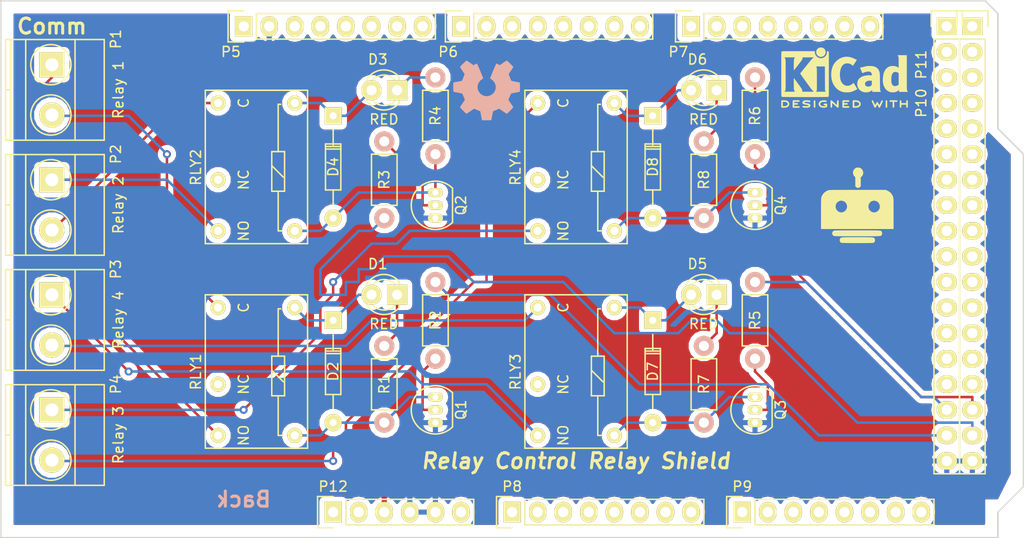
<source format=kicad_pcb>
(kicad_pcb (version 20160815) (host pcbnew no-vcs-found-undefined)
  (layers (0 F.Cu signal) (31 B.Cu signal) (34 B.Paste user) (35 F.Paste user) (36 B.SilkS user) (37 F.SilkS user) (38 B.Mask user) (39 F.Mask user) (44 Edge.Cuts user))
  (net 0 "")
  (net 1 Relay1)
  (net 2 Relay2)
  (net 3 Relay3)
  (net 4 Relay4)
  (net 5 GND)
  (net 6 5V)
  (net 7 AREF)
  (net 8 13)
  (net 9 12)
  (net 10 11)
  (net 11 10)
  (net 12 9)
  (net 13 8)
  (net 14 2)
  (net 15 3)
  (net 16 4)
  (net 17 5)
  (net 18 6)
  (net 19 7)
  (net 20 TX)
  (net 21 RX)
  (net 22 SCL)
  (net 23 SDA)
  (net 24 RX1)
  (net 25 TX1)
  (net 26 RX2)
  (net 27 TX2)
  (net 28 RX3)
  (net 29 TX3)
  (net 30 RST)
  (net 31 3V)
  (net 32 V_IN)
  (net 33 AD0)
  (net 34 AD1)
  (net 35 AD2)
  (net 36 AD3)
  (net 37 AD4)
  (net 38 AD5)
  (net 39 AD6)
  (net 40 AD7)
  (net 41 AD15)
  (net 42 AD14)
  (net 43 AD13)
  (net 44 AD12)
  (net 45 AD11)
  (net 46 AD10)
  (net 47 AD9)
  (net 48 AD8)
  (net 49 PL0)
  (net 50 PL2)
  (net 51 PL4)
  (net 52 PL6)
  (net 53 PG0)
  (net 54 PG2)
  (net 55 PC0)
  (net 56 PC2)
  (net 57 PC4)
  (net 58 PC6)
  (net 59 PA7)
  (net 60 PA5)
  (net 61 PA3)
  (net 62 PA1)
  (net 63 PL1)
  (net 64 PA0)
  (net 65 PA2)
  (net 66 PA4)
  (net 67 PA6)
  (net 68 PC7)
  (net 69 PC5)
  (net 70 PC3)
  (net 71 PC1)
  (net 72 PD7)
  (net 73 PG1)
  (net 74 PL7)
  (net 75 PL5)
  (net 76 PL3)
  (net 77 "Net-(D1-Pad1)")
  (net 78 "Net-(D1-Pad2)")
  (net 79 "Net-(D2-Pad2)")
  (net 80 "Net-(D3-Pad2)")
  (net 81 "Net-(D3-Pad1)")
  (net 82 "Net-(D4-Pad2)")
  (net 83 "Net-(D5-Pad1)")
  (net 84 "Net-(D5-Pad2)")
  (net 85 "Net-(D6-Pad1)")
  (net 86 "Net-(D6-Pad2)")
  (net 87 "Net-(D7-Pad2)")
  (net 88 "Net-(D8-Pad2)")
  (net 89 "Net-(P2-Pad1)")
  (net 90 "Net-(P3-Pad1)")
  (net 91 "Net-(P4-Pad1)")
  (net 92 "Net-(P1-Pad2)")
  (net 93 "Net-(P1-Pad1)")
  (net 94 "Net-(P2-Pad2)")
  (net 95 "Net-(P3-Pad2)")
  (net 96 "Net-(P4-Pad2)")
  (net 97 "Net-(Q1-Pad2)")
  (net 98 "Net-(Q2-Pad2)")
  (net 99 "Net-(Q3-Pad2)")
  (net 100 "Net-(Q4-Pad2)")
  (net 101 "Net-(RLY1-Pad10)")
  (net 102 "Net-(RLY2-Pad10)")
  (net 103 "Net-(RLY3-Pad10)")
  (net 104 "Net-(RLY4-Pad10)")
  (net 105 "Net-(P10-Pad1)")
  (net 106 "Net-(P11-Pad1)")
  (module Terminal_Blocks:TerminalBlock_Pheonix_MKDS1.5-2pol (layer F.Cu) (at 119.38 92.71 270)
    (fp_text reference P1 (at -2.54 -6.35 270) (layer F.SilkS))
    (fp_text value "Relay 1" (at 2.5 -6.6 270) (layer F.SilkS))
    (pad 2 thru_hole circle (at 5 0 270) (size 2.5 2.5) (drill 1.3) (layers *.Cu *.Mask F.SilkS) (net 92 "Net-(P1-Pad2)"))
    (pad 1 thru_hole rect (at 0 0 270) (size 2.5 2.5) (drill 1.3) (layers *.Cu *.Mask F.SilkS) (net 93 "Net-(P1-Pad1)"))
  )
  (module Terminal_Blocks:TerminalBlock_Pheonix_MKDS1.5-2pol (layer F.Cu) (at 119.38 104.14 270)
    (fp_text reference P2 (at -2.54 -6.35 270) (layer F.SilkS))
    (fp_text value "Relay 2" (at 2.5 -6.6 270) (layer F.SilkS))
    (pad 1 thru_hole rect (at 0 0 270) (size 2.5 2.5) (drill 1.3) (layers *.Cu *.Mask F.SilkS) (net 89 "Net-(P2-Pad1)"))
    (pad 2 thru_hole circle (at 5 0 270) (size 2.5 2.5) (drill 1.3) (layers *.Cu *.Mask F.SilkS) (net 94 "Net-(P2-Pad2)"))
  )
  (module Terminal_Blocks:TerminalBlock_Pheonix_MKDS1.5-2pol (layer F.Cu) (at 119.38 115.57 270)
    (fp_text reference P3 (at -2.54 -6.35 270) (layer F.SilkS))
    (fp_text value "Relay 4" (at 2.5 -6.6 270) (layer F.SilkS))
    (pad 2 thru_hole circle (at 5 0 270) (size 2.5 2.5) (drill 1.3) (layers *.Cu *.Mask F.SilkS) (net 95 "Net-(P3-Pad2)"))
    (pad 1 thru_hole rect (at 0 0 270) (size 2.5 2.5) (drill 1.3) (layers *.Cu *.Mask F.SilkS) (net 90 "Net-(P3-Pad1)"))
  )
  (module Terminal_Blocks:TerminalBlock_Pheonix_MKDS1.5-2pol (layer F.Cu) (at 119.38 127 270)
    (fp_text reference P4 (at -2.54 -6.35 270) (layer F.SilkS))
    (fp_text value "Relay 3" (at 2.5 -6.6 270) (layer F.SilkS))
    (pad 1 thru_hole rect (at 0 0 270) (size 2.5 2.5) (drill 1.3) (layers *.Cu *.Mask F.SilkS) (net 91 "Net-(P4-Pad1)"))
    (pad 2 thru_hole circle (at 5 0 270) (size 2.5 2.5) (drill 1.3) (layers *.Cu *.Mask F.SilkS) (net 96 "Net-(P4-Pad2)"))
  )
  (module Pin_Headers:Pin_Header_Straight_1x08 (layer F.Cu) (at 138.43 88.9 90)
    (fp_text reference P5 (at -2.54 -1.27 180) (layer F.SilkS))
    (fp_text value CONN_01X08 hide)
    (pad 8 thru_hole oval (at 0 17.78 90) (size 2.032 1.7272) (drill 1.016) (layers *.Cu *.Mask F.SilkS) (net 13 8))
    (pad 7 thru_hole oval (at 0 15.24 90) (size 2.032 1.7272) (drill 1.016) (layers *.Cu *.Mask F.SilkS) (net 12 9))
    (pad 6 thru_hole oval (at 0 12.7 90) (size 2.032 1.7272) (drill 1.016) (layers *.Cu *.Mask F.SilkS) (net 11 10))
    (pad 5 thru_hole oval (at 0 10.16 90) (size 2.032 1.7272) (drill 1.016) (layers *.Cu *.Mask F.SilkS) (net 10 11))
    (pad 4 thru_hole oval (at 0 7.62 90) (size 2.032 1.7272) (drill 1.016) (layers *.Cu *.Mask F.SilkS) (net 9 12))
    (pad 3 thru_hole oval (at 0 5.08 90) (size 2.032 1.7272) (drill 1.016) (layers *.Cu *.Mask F.SilkS) (net 8 13))
    (pad 2 thru_hole oval (at 0 2.54 90) (size 2.032 1.7272) (drill 1.016) (layers *.Cu *.Mask F.SilkS) (net 5 GND))
    (pad 1 thru_hole rect (at 0 0 90) (size 2.032 1.7272) (drill 1.016) (layers *.Cu *.Mask F.SilkS) (net 7 AREF))
  )
  (module Pin_Headers:Pin_Header_Straight_1x08 (layer F.Cu) (at 160.02 88.9 90)
    (fp_text reference P6 (at -2.54 -1.27 180) (layer F.SilkS))
    (fp_text value CONN_01X08 hide)
    (pad 1 thru_hole rect (at 0 0 90) (size 2.032 1.7272) (drill 1.016) (layers *.Cu *.Mask F.SilkS) (net 19 7))
    (pad 2 thru_hole oval (at 0 2.54 90) (size 2.032 1.7272) (drill 1.016) (layers *.Cu *.Mask F.SilkS) (net 18 6))
    (pad 3 thru_hole oval (at 0 5.08 90) (size 2.032 1.7272) (drill 1.016) (layers *.Cu *.Mask F.SilkS) (net 17 5))
    (pad 4 thru_hole oval (at 0 7.62 90) (size 2.032 1.7272) (drill 1.016) (layers *.Cu *.Mask F.SilkS) (net 16 4))
    (pad 5 thru_hole oval (at 0 10.16 90) (size 2.032 1.7272) (drill 1.016) (layers *.Cu *.Mask F.SilkS) (net 15 3))
    (pad 6 thru_hole oval (at 0 12.7 90) (size 2.032 1.7272) (drill 1.016) (layers *.Cu *.Mask F.SilkS) (net 14 2))
    (pad 7 thru_hole oval (at 0 15.24 90) (size 2.032 1.7272) (drill 1.016) (layers *.Cu *.Mask F.SilkS) (net 20 TX))
    (pad 8 thru_hole oval (at 0 17.78 90) (size 2.032 1.7272) (drill 1.016) (layers *.Cu *.Mask F.SilkS) (net 21 RX))
  )
  (module Pin_Headers:Pin_Header_Straight_1x08 (layer F.Cu) (at 182.88 88.9 90)
    (fp_text reference P7 (at -2.54 -1.27 180) (layer F.SilkS))
    (fp_text value CONN_01X08 hide)
    (pad 8 thru_hole oval (at 0 17.78 90) (size 2.032 1.7272) (drill 1.016) (layers *.Cu *.Mask F.SilkS) (net 22 SCL))
    (pad 7 thru_hole oval (at 0 15.24 90) (size 2.032 1.7272) (drill 1.016) (layers *.Cu *.Mask F.SilkS) (net 23 SDA))
    (pad 6 thru_hole oval (at 0 12.7 90) (size 2.032 1.7272) (drill 1.016) (layers *.Cu *.Mask F.SilkS) (net 24 RX1))
    (pad 5 thru_hole oval (at 0 10.16 90) (size 2.032 1.7272) (drill 1.016) (layers *.Cu *.Mask F.SilkS) (net 25 TX1))
    (pad 4 thru_hole oval (at 0 7.62 90) (size 2.032 1.7272) (drill 1.016) (layers *.Cu *.Mask F.SilkS) (net 26 RX2))
    (pad 3 thru_hole oval (at 0 5.08 90) (size 2.032 1.7272) (drill 1.016) (layers *.Cu *.Mask F.SilkS) (net 27 TX2))
    (pad 2 thru_hole oval (at 0 2.54 90) (size 2.032 1.7272) (drill 1.016) (layers *.Cu *.Mask F.SilkS) (net 28 RX3))
    (pad 1 thru_hole rect (at 0 0 90) (size 2.032 1.7272) (drill 1.016) (layers *.Cu *.Mask F.SilkS) (net 29 TX3))
  )
  (module Pin_Headers:Pin_Header_Straight_1x08 (layer F.Cu) (at 165.1 137.16 90)
    (fp_text reference P8 (at 2.54 0 180) (layer F.SilkS))
    (fp_text value CONN_01X08 hide)
    (pad 1 thru_hole rect (at 0 0 90) (size 2.032 1.7272) (drill 1.016) (layers *.Cu *.Mask F.SilkS) (net 33 AD0))
    (pad 2 thru_hole oval (at 0 2.54 90) (size 2.032 1.7272) (drill 1.016) (layers *.Cu *.Mask F.SilkS) (net 34 AD1))
    (pad 3 thru_hole oval (at 0 5.08 90) (size 2.032 1.7272) (drill 1.016) (layers *.Cu *.Mask F.SilkS) (net 35 AD2))
    (pad 4 thru_hole oval (at 0 7.62 90) (size 2.032 1.7272) (drill 1.016) (layers *.Cu *.Mask F.SilkS) (net 36 AD3))
    (pad 5 thru_hole oval (at 0 10.16 90) (size 2.032 1.7272) (drill 1.016) (layers *.Cu *.Mask F.SilkS) (net 37 AD4))
    (pad 6 thru_hole oval (at 0 12.7 90) (size 2.032 1.7272) (drill 1.016) (layers *.Cu *.Mask F.SilkS) (net 38 AD5))
    (pad 7 thru_hole oval (at 0 15.24 90) (size 2.032 1.7272) (drill 1.016) (layers *.Cu *.Mask F.SilkS) (net 39 AD6))
    (pad 8 thru_hole oval (at 0 17.78 90) (size 2.032 1.7272) (drill 1.016) (layers *.Cu *.Mask F.SilkS) (net 40 AD7))
  )
  (module Pin_Headers:Pin_Header_Straight_1x08 (layer F.Cu) (at 187.96 137.16 90)
    (fp_text reference P9 (at 2.54 0 180) (layer F.SilkS))
    (fp_text value CONN_01X08 hide)
    (pad 8 thru_hole oval (at 0 17.78 90) (size 2.032 1.7272) (drill 1.016) (layers *.Cu *.Mask F.SilkS) (net 41 AD15))
    (pad 7 thru_hole oval (at 0 15.24 90) (size 2.032 1.7272) (drill 1.016) (layers *.Cu *.Mask F.SilkS) (net 42 AD14))
    (pad 6 thru_hole oval (at 0 12.7 90) (size 2.032 1.7272) (drill 1.016) (layers *.Cu *.Mask F.SilkS) (net 43 AD13))
    (pad 5 thru_hole oval (at 0 10.16 90) (size 2.032 1.7272) (drill 1.016) (layers *.Cu *.Mask F.SilkS) (net 44 AD12))
    (pad 4 thru_hole oval (at 0 7.62 90) (size 2.032 1.7272) (drill 1.016) (layers *.Cu *.Mask F.SilkS) (net 45 AD11))
    (pad 3 thru_hole oval (at 0 5.08 90) (size 2.032 1.7272) (drill 1.016) (layers *.Cu *.Mask F.SilkS) (net 46 AD10))
    (pad 2 thru_hole oval (at 0 2.54 90) (size 2.032 1.7272) (drill 1.016) (layers *.Cu *.Mask F.SilkS) (net 47 AD9))
    (pad 1 thru_hole rect (at 0 0 90) (size 2.032 1.7272) (drill 1.016) (layers *.Cu *.Mask F.SilkS) (net 48 AD8))
  )
  (module Pin_Headers:Pin_Header_Straight_1x18 (layer F.Cu) (at 208.28 88.9)
    (fp_text reference P10 (at -2.54 7.62 90) (layer F.SilkS))
    (fp_text value CONN_01X18 hide)
    (pad 1 thru_hole rect (at 0 0) (size 2.032 1.7272) (drill 1.016) (layers *.Cu *.Mask F.SilkS) (net 105 "Net-(P10-Pad1)"))
    (pad 2 thru_hole oval (at 0 2.54) (size 2.032 1.7272) (drill 1.016) (layers *.Cu *.Mask F.SilkS) (net 64 PA0))
    (pad 3 thru_hole oval (at 0 5.08) (size 2.032 1.7272) (drill 1.016) (layers *.Cu *.Mask F.SilkS) (net 65 PA2))
    (pad 4 thru_hole oval (at 0 7.62) (size 2.032 1.7272) (drill 1.016) (layers *.Cu *.Mask F.SilkS) (net 66 PA4))
    (pad 5 thru_hole oval (at 0 10.16) (size 2.032 1.7272) (drill 1.016) (layers *.Cu *.Mask F.SilkS) (net 67 PA6))
    (pad 6 thru_hole oval (at 0 12.7) (size 2.032 1.7272) (drill 1.016) (layers *.Cu *.Mask F.SilkS) (net 68 PC7))
    (pad 7 thru_hole oval (at 0 15.24) (size 2.032 1.7272) (drill 1.016) (layers *.Cu *.Mask F.SilkS) (net 69 PC5))
    (pad 8 thru_hole oval (at 0 17.78) (size 2.032 1.7272) (drill 1.016) (layers *.Cu *.Mask F.SilkS) (net 70 PC3))
    (pad 9 thru_hole oval (at 0 20.32) (size 2.032 1.7272) (drill 1.016) (layers *.Cu *.Mask F.SilkS) (net 71 PC1))
    (pad 10 thru_hole oval (at 0 22.86) (size 2.032 1.7272) (drill 1.016) (layers *.Cu *.Mask F.SilkS) (net 72 PD7))
    (pad 11 thru_hole oval (at 0 25.4) (size 2.032 1.7272) (drill 1.016) (layers *.Cu *.Mask F.SilkS) (net 73 PG1))
    (pad 12 thru_hole oval (at 0 27.94) (size 2.032 1.7272) (drill 1.016) (layers *.Cu *.Mask F.SilkS) (net 74 PL7))
    (pad 13 thru_hole oval (at 0 30.48) (size 2.032 1.7272) (drill 1.016) (layers *.Cu *.Mask F.SilkS) (net 75 PL5))
    (pad 14 thru_hole oval (at 0 33.02) (size 2.032 1.7272) (drill 1.016) (layers *.Cu *.Mask F.SilkS) (net 76 PL3))
    (pad 15 thru_hole oval (at 0 35.56) (size 2.032 1.7272) (drill 1.016) (layers *.Cu *.Mask F.SilkS) (net 63 PL1))
    (pad 16 thru_hole oval (at 0 38.1) (size 2.032 1.7272) (drill 1.016) (layers *.Cu *.Mask F.SilkS) (net 3 Relay3))
    (pad 17 thru_hole oval (at 0 40.64) (size 2.032 1.7272) (drill 1.016) (layers *.Cu *.Mask F.SilkS) (net 1 Relay1))
    (pad 18 thru_hole oval (at 0 43.18) (size 2.032 1.7272) (drill 1.016) (layers *.Cu *.Mask F.SilkS) (net 5 GND))
  )
  (module Pin_Headers:Pin_Header_Straight_1x18 (layer F.Cu) (at 210.82 88.9)
    (fp_text reference P11 (at -5.08 3.81 90) (layer F.SilkS))
    (fp_text value CONN_01X18 hide)
    (pad 18 thru_hole oval (at 0 43.18) (size 2.032 1.7272) (drill 1.016) (layers *.Cu *.Mask F.SilkS) (net 5 GND))
    (pad 17 thru_hole oval (at 0 40.64) (size 2.032 1.7272) (drill 1.016) (layers *.Cu *.Mask F.SilkS) (net 2 Relay2))
    (pad 16 thru_hole oval (at 0 38.1) (size 2.032 1.7272) (drill 1.016) (layers *.Cu *.Mask F.SilkS) (net 4 Relay4))
    (pad 15 thru_hole oval (at 0 35.56) (size 2.032 1.7272) (drill 1.016) (layers *.Cu *.Mask F.SilkS) (net 49 PL0))
    (pad 14 thru_hole oval (at 0 33.02) (size 2.032 1.7272) (drill 1.016) (layers *.Cu *.Mask F.SilkS) (net 50 PL2))
    (pad 13 thru_hole oval (at 0 30.48) (size 2.032 1.7272) (drill 1.016) (layers *.Cu *.Mask F.SilkS) (net 51 PL4))
    (pad 12 thru_hole oval (at 0 27.94) (size 2.032 1.7272) (drill 1.016) (layers *.Cu *.Mask F.SilkS) (net 52 PL6))
    (pad 11 thru_hole oval (at 0 25.4) (size 2.032 1.7272) (drill 1.016) (layers *.Cu *.Mask F.SilkS) (net 53 PG0))
    (pad 10 thru_hole oval (at 0 22.86) (size 2.032 1.7272) (drill 1.016) (layers *.Cu *.Mask F.SilkS) (net 54 PG2))
    (pad 9 thru_hole oval (at 0 20.32) (size 2.032 1.7272) (drill 1.016) (layers *.Cu *.Mask F.SilkS) (net 55 PC0))
    (pad 8 thru_hole oval (at 0 17.78) (size 2.032 1.7272) (drill 1.016) (layers *.Cu *.Mask F.SilkS) (net 56 PC2))
    (pad 7 thru_hole oval (at 0 15.24) (size 2.032 1.7272) (drill 1.016) (layers *.Cu *.Mask F.SilkS) (net 57 PC4))
    (pad 6 thru_hole oval (at 0 12.7) (size 2.032 1.7272) (drill 1.016) (layers *.Cu *.Mask F.SilkS) (net 58 PC6))
    (pad 5 thru_hole oval (at 0 10.16) (size 2.032 1.7272) (drill 1.016) (layers *.Cu *.Mask F.SilkS) (net 59 PA7))
    (pad 4 thru_hole oval (at 0 7.62) (size 2.032 1.7272) (drill 1.016) (layers *.Cu *.Mask F.SilkS) (net 60 PA5))
    (pad 3 thru_hole oval (at 0 5.08) (size 2.032 1.7272) (drill 1.016) (layers *.Cu *.Mask F.SilkS) (net 61 PA3))
    (pad 2 thru_hole oval (at 0 2.54) (size 2.032 1.7272) (drill 1.016) (layers *.Cu *.Mask F.SilkS) (net 62 PA1))
    (pad 1 thru_hole rect (at 0 0) (size 2.032 1.7272) (drill 1.016) (layers *.Cu *.Mask F.SilkS) (net 106 "Net-(P11-Pad1)"))
  )
  (module Pin_Headers:Pin_Header_Straight_1x06 (layer F.Cu) (at 147.32 137.16 90)
    (fp_text reference P12 (at 2.54 0 180) (layer F.SilkS))
    (fp_text value CONN_01X06 hide)
    (pad 1 thru_hole rect (at 0 0 90) (size 2.032 1.7272) (drill 1.016) (layers *.Cu *.Mask F.SilkS) (net 30 RST))
    (pad 2 thru_hole oval (at 0 2.54 90) (size 2.032 1.7272) (drill 1.016) (layers *.Cu *.Mask F.SilkS) (net 31 3V))
    (pad 3 thru_hole oval (at 0 5.08 90) (size 2.032 1.7272) (drill 1.016) (layers *.Cu *.Mask F.SilkS) (net 6 5V))
    (pad 4 thru_hole oval (at 0 7.62 90) (size 2.032 1.7272) (drill 1.016) (layers *.Cu *.Mask F.SilkS) (net 5 GND))
    (pad 5 thru_hole oval (at 0 10.16 90) (size 2.032 1.7272) (drill 1.016) (layers *.Cu *.Mask F.SilkS) (net 5 GND))
    (pad 6 thru_hole oval (at 0 12.7 90) (size 2.032 1.7272) (drill 1.016) (layers *.Cu *.Mask F.SilkS) (net 32 V_IN))
  )
  (module LEDs:LED-3MM (layer F.Cu) (at 153.67 115.57 180)
    (fp_text reference D1 (at 1.91 3.06 180) (layer F.SilkS))
    (fp_text value RED (at 1.3 -2.9 180) (layer F.SilkS))
    (pad 1 thru_hole rect (at 0 0 270) (size 2 2) (drill 1.00076) (layers *.Cu *.Mask F.SilkS) (net 77 "Net-(D1-Pad1)"))
    (pad 2 thru_hole circle (at 2.54 0 180) (size 2 2) (drill 1.00076) (layers *.Cu *.Mask F.SilkS) (net 78 "Net-(D1-Pad2)"))
  )
  (module Diodes_ThroughHole:Diode_DO-35_SOD27_Horizontal_RM10 (layer F.Cu) (at 147.32 118.11 270)
    (fp_text reference D2 (at 5.08 0 270) (layer F.SilkS))
    (fp_text value 1N4148 hide)
    (pad 1 thru_hole rect (at 0.00052 -0.00254 90) (size 1.69926 1.69926) (drill 0.70104) (layers *.Cu *.Mask F.SilkS) (net 78 "Net-(D1-Pad2)"))
    (pad 2 thru_hole circle (at 10.16052 -0.00254 90) (size 1.69926 1.69926) (drill 0.70104) (layers *.Cu *.Mask F.SilkS) (net 79 "Net-(D2-Pad2)"))
  )
  (module LEDs:LED-3MM (layer F.Cu) (at 185.42 95.25 180)
    (fp_text reference D6 (at 1.91 3.06 180) (layer F.SilkS))
    (fp_text value RED (at 1.3 -2.9 180) (layer F.SilkS))
    (pad 1 thru_hole rect (at 0 0 270) (size 2 2) (drill 1.00076) (layers *.Cu *.Mask F.SilkS) (net 85 "Net-(D6-Pad1)"))
    (pad 2 thru_hole circle (at 2.54 0 180) (size 2 2) (drill 1.00076) (layers *.Cu *.Mask F.SilkS) (net 86 "Net-(D6-Pad2)"))
  )
  (module Diodes_ThroughHole:Diode_DO-35_SOD27_Horizontal_RM10 (layer F.Cu) (at 179.07 97.79 270)
    (fp_text reference D8 (at 5.08 0 270) (layer F.SilkS))
    (fp_text value 1N4148 hide)
    (pad 2 thru_hole circle (at 10.16052 -0.00254 90) (size 1.69926 1.69926) (drill 0.70104) (layers *.Cu *.Mask F.SilkS) (net 88 "Net-(D8-Pad2)"))
    (pad 1 thru_hole rect (at 0.00052 -0.00254 90) (size 1.69926 1.69926) (drill 0.70104) (layers *.Cu *.Mask F.SilkS) (net 86 "Net-(D6-Pad2)"))
  )
  (module Resistors_ThroughHole:Resistor_Horizontal_RM7mm (layer F.Cu) (at 152.4 120.65 270)
    (fp_text reference R1 (at 3.81 0 270) (layer F.SilkS))
    (fp_text value 470 hide)
    (pad 2 thru_hole circle (at 7.62 0 270) (size 1.99898 1.99898) (drill 1.00076) (layers *.Cu *.SilkS *.Mask) (net 79 "Net-(D2-Pad2)"))
    (pad 1 thru_hole circle (at 0 0 270) (size 1.99898 1.99898) (drill 1.00076) (layers *.Cu *.SilkS *.Mask) (net 77 "Net-(D1-Pad1)"))
  )
  (module LEDs:LED-3MM (layer F.Cu) (at 153.67 95.25 180)
    (fp_text reference D3 (at 1.91 3.06 180) (layer F.SilkS))
    (fp_text value RED (at 1.3 -2.9 180) (layer F.SilkS))
    (pad 1 thru_hole rect (at 0 0 270) (size 2 2) (drill 1.00076) (layers *.Cu *.Mask F.SilkS) (net 81 "Net-(D3-Pad1)"))
    (pad 2 thru_hole circle (at 2.54 0 180) (size 2 2) (drill 1.00076) (layers *.Cu *.Mask F.SilkS) (net 80 "Net-(D3-Pad2)"))
  )
  (module Diodes_ThroughHole:Diode_DO-35_SOD27_Horizontal_RM10 (layer F.Cu) (at 147.32 97.79 270)
    (fp_text reference D4 (at 5.08 0 270) (layer F.SilkS))
    (fp_text value 1N4148 hide)
    (pad 1 thru_hole rect (at 0.00052 -0.00254 90) (size 1.69926 1.69926) (drill 0.70104) (layers *.Cu *.Mask F.SilkS) (net 80 "Net-(D3-Pad2)"))
    (pad 2 thru_hole circle (at 10.16052 -0.00254 90) (size 1.69926 1.69926) (drill 0.70104) (layers *.Cu *.Mask F.SilkS) (net 82 "Net-(D4-Pad2)"))
  )
  (module LEDs:LED-3MM (layer F.Cu) (at 185.42 115.57 180)
    (fp_text reference D5 (at 1.91 3.06 180) (layer F.SilkS))
    (fp_text value RED (at 1.3 -2.9 180) (layer F.SilkS))
    (pad 2 thru_hole circle (at 2.54 0 180) (size 2 2) (drill 1.00076) (layers *.Cu *.Mask F.SilkS) (net 84 "Net-(D5-Pad2)"))
    (pad 1 thru_hole rect (at 0 0 270) (size 2 2) (drill 1.00076) (layers *.Cu *.Mask F.SilkS) (net 83 "Net-(D5-Pad1)"))
  )
  (module Diodes_ThroughHole:Diode_DO-35_SOD27_Horizontal_RM10 (layer F.Cu) (at 179.07 118.11 270)
    (fp_text reference D7 (at 5.08 0 270) (layer F.SilkS))
    (fp_text value 1N4148 hide)
    (pad 1 thru_hole rect (at 0.00052 -0.00254 90) (size 1.69926 1.69926) (drill 0.70104) (layers *.Cu *.Mask F.SilkS) (net 84 "Net-(D5-Pad2)"))
    (pad 2 thru_hole circle (at 10.16052 -0.00254 90) (size 1.69926 1.69926) (drill 0.70104) (layers *.Cu *.Mask F.SilkS) (net 87 "Net-(D7-Pad2)"))
  )
  (module TO_SOT_Packages_THT:TO-92_Inline_Narrow_Oval (layer F.Cu) (at 157.48 128.27 90)
    (fp_text reference Q1 (at 1.27 2.54 90) (layer F.SilkS))
    (fp_text value PN2222A hide)
    (pad 2 thru_hole oval (at 1.27 0 270) (size 0.89916 1.50114) (drill 0.6) (layers *.Cu *.Mask F.SilkS) (net 97 "Net-(Q1-Pad2)"))
    (pad 3 thru_hole oval (at 2.54 0 270) (size 0.89916 1.50114) (drill 0.6) (layers *.Cu *.Mask F.SilkS) (net 79 "Net-(D2-Pad2)"))
    (pad 1 thru_hole oval (at 0 0 270) (size 0.89916 1.50114) (drill 0.6) (layers *.Cu *.Mask F.SilkS) (net 5 GND))
  )
  (module TO_SOT_Packages_THT:TO-92_Inline_Narrow_Oval (layer F.Cu) (at 157.48 107.95 90)
    (fp_text reference Q2 (at 1.27 2.54 90) (layer F.SilkS))
    (fp_text value PN2222A hide)
    (pad 1 thru_hole oval (at 0 0 270) (size 0.89916 1.50114) (drill 0.6) (layers *.Cu *.Mask F.SilkS) (net 5 GND))
    (pad 3 thru_hole oval (at 2.54 0 270) (size 0.89916 1.50114) (drill 0.6) (layers *.Cu *.Mask F.SilkS) (net 82 "Net-(D4-Pad2)"))
    (pad 2 thru_hole oval (at 1.27 0 270) (size 0.89916 1.50114) (drill 0.6) (layers *.Cu *.Mask F.SilkS) (net 98 "Net-(Q2-Pad2)"))
  )
  (module TO_SOT_Packages_THT:TO-92_Inline_Narrow_Oval (layer F.Cu) (at 189.23 128.27 90)
    (fp_text reference Q3 (at 1.27 2.54 90) (layer F.SilkS))
    (fp_text value PN2222A hide)
    (pad 1 thru_hole oval (at 0 0 270) (size 0.89916 1.50114) (drill 0.6) (layers *.Cu *.Mask F.SilkS) (net 5 GND))
    (pad 3 thru_hole oval (at 2.54 0 270) (size 0.89916 1.50114) (drill 0.6) (layers *.Cu *.Mask F.SilkS) (net 87 "Net-(D7-Pad2)"))
    (pad 2 thru_hole oval (at 1.27 0 270) (size 0.89916 1.50114) (drill 0.6) (layers *.Cu *.Mask F.SilkS) (net 99 "Net-(Q3-Pad2)"))
  )
  (module TO_SOT_Packages_THT:TO-92_Inline_Narrow_Oval (layer F.Cu) (at 189.23 107.95 90)
    (fp_text reference Q4 (at 1.27 2.54 90) (layer F.SilkS))
    (fp_text value PN2222A hide)
    (pad 2 thru_hole oval (at 1.27 0 270) (size 0.89916 1.50114) (drill 0.6) (layers *.Cu *.Mask F.SilkS) (net 100 "Net-(Q4-Pad2)"))
    (pad 3 thru_hole oval (at 2.54 0 270) (size 0.89916 1.50114) (drill 0.6) (layers *.Cu *.Mask F.SilkS) (net 88 "Net-(D8-Pad2)"))
    (pad 1 thru_hole oval (at 0 0 270) (size 0.89916 1.50114) (drill 0.6) (layers *.Cu *.Mask F.SilkS) (net 5 GND))
  )
  (module Resistors_ThroughHole:Resistor_Horizontal_RM7mm (layer F.Cu) (at 157.48 121.92 90)
    (fp_text reference R2 (at 3.81 0 90) (layer F.SilkS))
    (fp_text value 2.2K hide)
    (pad 1 thru_hole circle (at 0 0 90) (size 1.99898 1.99898) (drill 1.00076) (layers *.Cu *.SilkS *.Mask) (net 97 "Net-(Q1-Pad2)"))
    (pad 2 thru_hole circle (at 7.62 0 90) (size 1.99898 1.99898) (drill 1.00076) (layers *.Cu *.SilkS *.Mask) (net 1 Relay1))
  )
  (module Resistors_ThroughHole:Resistor_Horizontal_RM7mm (layer F.Cu) (at 152.4 100.33 270)
    (fp_text reference R3 (at 3.81 0 270) (layer F.SilkS))
    (fp_text value 2.2K hide)
    (pad 2 thru_hole circle (at 7.62 0 270) (size 1.99898 1.99898) (drill 1.00076) (layers *.Cu *.SilkS *.Mask) (net 2 Relay2))
    (pad 1 thru_hole circle (at 0 0 270) (size 1.99898 1.99898) (drill 1.00076) (layers *.Cu *.SilkS *.Mask) (net 98 "Net-(Q2-Pad2)"))
  )
  (module Resistors_ThroughHole:Resistor_Horizontal_RM7mm (layer F.Cu) (at 157.48 93.98 270)
    (fp_text reference R4 (at 3.81 0 270) (layer F.SilkS))
    (fp_text value 470 hide)
    (pad 1 thru_hole circle (at 0 0 270) (size 1.99898 1.99898) (drill 1.00076) (layers *.Cu *.SilkS *.Mask) (net 81 "Net-(D3-Pad1)"))
    (pad 2 thru_hole circle (at 7.62 0 270) (size 1.99898 1.99898) (drill 1.00076) (layers *.Cu *.SilkS *.Mask) (net 82 "Net-(D4-Pad2)"))
  )
  (module Resistors_ThroughHole:Resistor_Horizontal_RM7mm (layer F.Cu) (at 189.23 121.92 90)
    (fp_text reference R5 (at 3.81 0 90) (layer F.SilkS))
    (fp_text value 2.2K hide)
    (pad 2 thru_hole circle (at 7.62 0 90) (size 1.99898 1.99898) (drill 1.00076) (layers *.Cu *.SilkS *.Mask) (net 3 Relay3))
    (pad 1 thru_hole circle (at 0 0 90) (size 1.99898 1.99898) (drill 1.00076) (layers *.Cu *.SilkS *.Mask) (net 99 "Net-(Q3-Pad2)"))
  )
  (module Resistors_ThroughHole:Resistor_Horizontal_RM7mm (layer F.Cu) (at 189.23 101.6 90)
    (fp_text reference R6 (at 3.81 0 90) (layer F.SilkS))
    (fp_text value 2.2K hide)
    (pad 2 thru_hole circle (at 7.62 0 90) (size 1.99898 1.99898) (drill 1.00076) (layers *.Cu *.SilkS *.Mask) (net 4 Relay4))
    (pad 1 thru_hole circle (at 0 0 90) (size 1.99898 1.99898) (drill 1.00076) (layers *.Cu *.SilkS *.Mask) (net 100 "Net-(Q4-Pad2)"))
  )
  (module Resistors_ThroughHole:Resistor_Horizontal_RM7mm (layer F.Cu) (at 184.15 120.65 270)
    (fp_text reference R7 (at 3.81 0 270) (layer F.SilkS))
    (fp_text value 470 hide)
    (pad 1 thru_hole circle (at 0 0 270) (size 1.99898 1.99898) (drill 1.00076) (layers *.Cu *.SilkS *.Mask) (net 83 "Net-(D5-Pad1)"))
    (pad 2 thru_hole circle (at 7.62 0 270) (size 1.99898 1.99898) (drill 1.00076) (layers *.Cu *.SilkS *.Mask) (net 87 "Net-(D7-Pad2)"))
  )
  (module Resistors_ThroughHole:Resistor_Horizontal_RM7mm (layer F.Cu) (at 184.15 100.33 270)
    (fp_text reference R8 (at 3.81 0 270) (layer F.SilkS))
    (fp_text value 470 hide)
    (pad 1 thru_hole circle (at 0 0 270) (size 1.99898 1.99898) (drill 1.00076) (layers *.Cu *.SilkS *.Mask) (net 85 "Net-(D6-Pad1)"))
    (pad 2 thru_hole circle (at 7.62 0 270) (size 1.99898 1.99898) (drill 1.00076) (layers *.Cu *.SilkS *.Mask) (net 88 "Net-(D8-Pad2)"))
  )
  (module Relays_ThroughHole:Relay_SPDS_OMRON-G6E (layer F.Cu) (at 143.51 129.54 90)
    (fp_text reference RLY1 (at 6.30936 -9.82726 90) (layer F.SilkS))
    (fp_text value RELAY_40.31 hide)
    (fp_text user C (at 12.7 -5.08 90) (layer F.SilkS))
    (fp_text user NC (at 5.08 -5.08 90) (layer F.SilkS))
    (fp_text user NO (at 0 -5.08 90) (layer F.SilkS))
    (pad 7 thru_hole circle (at 12.7 -7.62 90) (size 1.50114 1.50114) (drill 0.8001) (layers *.Cu *.Mask F.SilkS) (net 92 "Net-(P1-Pad2)"))
    (pad 6 thru_hole circle (at 12.7 0 90) (size 1.50114 1.50114) (drill 0.8001) (layers *.Cu *.Mask F.SilkS) (net 78 "Net-(D1-Pad2)"))
    (pad 10 thru_hole circle (at 5.08 -7.62 90) (size 1.50114 1.50114) (drill 0.8001) (layers *.Cu *.Mask F.SilkS) (net 101 "Net-(RLY1-Pad10)"))
    (pad 12 thru_hole circle (at 0 -7.62 90) (size 1.50114 1.50114) (drill 0.8001) (layers *.Cu *.Mask F.SilkS) (net 93 "Net-(P1-Pad1)"))
    (pad 1 thru_hole circle (at 0 0 90) (size 1.50114 1.50114) (drill 0.8001) (layers *.Cu *.Mask F.SilkS) (net 79 "Net-(D2-Pad2)"))
  )
  (module Relays_ThroughHole:Relay_SPDS_OMRON-G6E (layer F.Cu) (at 143.51 109.22 90)
    (fp_text reference RLY2 (at 6.30936 -9.82726 90) (layer F.SilkS))
    (fp_text value RELAY_40.31 hide)
    (fp_text user C (at 12.7 -5.08 90) (layer F.SilkS))
    (fp_text user NC (at 5.08 -5.08 90) (layer F.SilkS))
    (fp_text user NO (at 0 -5.08 90) (layer F.SilkS))
    (pad 7 thru_hole circle (at 12.7 -7.62 90) (size 1.50114 1.50114) (drill 0.8001) (layers *.Cu *.Mask F.SilkS) (net 94 "Net-(P2-Pad2)"))
    (pad 6 thru_hole circle (at 12.7 0 90) (size 1.50114 1.50114) (drill 0.8001) (layers *.Cu *.Mask F.SilkS) (net 80 "Net-(D3-Pad2)"))
    (pad 10 thru_hole circle (at 5.08 -7.62 90) (size 1.50114 1.50114) (drill 0.8001) (layers *.Cu *.Mask F.SilkS) (net 102 "Net-(RLY2-Pad10)"))
    (pad 12 thru_hole circle (at 0 -7.62 90) (size 1.50114 1.50114) (drill 0.8001) (layers *.Cu *.Mask F.SilkS) (net 89 "Net-(P2-Pad1)"))
    (pad 1 thru_hole circle (at 0 0 90) (size 1.50114 1.50114) (drill 0.8001) (layers *.Cu *.Mask F.SilkS) (net 82 "Net-(D4-Pad2)"))
  )
  (module Relays_ThroughHole:Relay_SPDS_OMRON-G6E (layer F.Cu) (at 175.26 129.54 90)
    (fp_text reference RLY3 (at 6.30936 -9.82726 90) (layer F.SilkS))
    (fp_text value RELAY_40.31 hide)
    (fp_text user NO (at 0 -5.08 90) (layer F.SilkS))
    (fp_text user NC (at 5.08 -5.08 90) (layer F.SilkS))
    (fp_text user C (at 12.7 -5.08 90) (layer F.SilkS))
    (pad 1 thru_hole circle (at 0 0 90) (size 1.50114 1.50114) (drill 0.8001) (layers *.Cu *.Mask F.SilkS) (net 87 "Net-(D7-Pad2)"))
    (pad 12 thru_hole circle (at 0 -7.62 90) (size 1.50114 1.50114) (drill 0.8001) (layers *.Cu *.Mask F.SilkS) (net 90 "Net-(P3-Pad1)"))
    (pad 10 thru_hole circle (at 5.08 -7.62 90) (size 1.50114 1.50114) (drill 0.8001) (layers *.Cu *.Mask F.SilkS) (net 103 "Net-(RLY3-Pad10)"))
    (pad 6 thru_hole circle (at 12.7 0 90) (size 1.50114 1.50114) (drill 0.8001) (layers *.Cu *.Mask F.SilkS) (net 84 "Net-(D5-Pad2)"))
    (pad 7 thru_hole circle (at 12.7 -7.62 90) (size 1.50114 1.50114) (drill 0.8001) (layers *.Cu *.Mask F.SilkS) (net 95 "Net-(P3-Pad2)"))
  )
  (module Relays_ThroughHole:Relay_SPDS_OMRON-G6E (layer F.Cu) (at 175.26 109.22 90)
    (fp_text reference RLY4 (at 6.30936 -9.82726 90) (layer F.SilkS))
    (fp_text value RELAY_40.31 hide)
    (fp_text user NO (at 0 -5.08 90) (layer F.SilkS))
    (fp_text user NC (at 5.08 -5.08 90) (layer F.SilkS))
    (fp_text user C (at 12.7 -5.08 90) (layer F.SilkS))
    (pad 1 thru_hole circle (at 0 0 90) (size 1.50114 1.50114) (drill 0.8001) (layers *.Cu *.Mask F.SilkS) (net 88 "Net-(D8-Pad2)"))
    (pad 12 thru_hole circle (at 0 -7.62 90) (size 1.50114 1.50114) (drill 0.8001) (layers *.Cu *.Mask F.SilkS) (net 91 "Net-(P4-Pad1)"))
    (pad 10 thru_hole circle (at 5.08 -7.62 90) (size 1.50114 1.50114) (drill 0.8001) (layers *.Cu *.Mask F.SilkS) (net 104 "Net-(RLY4-Pad10)"))
    (pad 6 thru_hole circle (at 12.7 0 90) (size 1.50114 1.50114) (drill 0.8001) (layers *.Cu *.Mask F.SilkS) (net 86 "Net-(D6-Pad2)"))
    (pad 7 thru_hole circle (at 12.7 -7.62 90) (size 1.50114 1.50114) (drill 0.8001) (layers *.Cu *.Mask F.SilkS) (net 96 "Net-(P4-Pad2)"))
  )
  (module Symbols:OSHW-Logo_5.7x6mm_Copper (layer F.Cu) (at 162.56 95.25)
    (fp_text reference REF*** hide)
    (fp_text value OSHW-Logo_5.7x6mm_Copper hide)
    (fp_poly (pts (xy -1.908759 1.469184) (xy -1.882247 1.482282) (xy -1.849553 1.505106) (xy -1.825725 1.529996) (xy -1.809406 1.561249) (xy -1.79924 1.603166) (xy -1.793872 1.660044) (xy -1.791944 1.736184) (xy -1.791831 1.768917) (xy -1.792161 1.840656) (xy -1.793527 1.891927) (xy -1.7965 1.927404) (xy -1.801649 1.951763) (xy -1.809543 1.96968) (xy -1.817757 1.981902) (xy -1.870187 2.033905) (xy -1.93193 2.065184) (xy -1.998536 2.074592) (xy -2.065558 2.06098) (xy -2.086792 2.051354) (xy -2.137624 2.024859) (xy -2.137624 2.440052) (xy -2.100525 2.420868) (xy -2.051643 2.406025) (xy -1.991561 2.402222) (xy -1.931564 2.409243) (xy -1.886256 2.425013) (xy -1.848675 2.455047) (xy -1.816564 2.498024) (xy -1.81415 2.502436) (xy -1.803967 2.523221) (xy -1.79653 2.54417) (xy -1.791411 2.569548) (xy -1.788181 2.603618) (xy -1.786413 2.650641) (xy -1.785677 2.714882) (xy -1.785544 2.787176) (xy -1.785544 3.017822) (xy -1.923861 3.017822) (xy -1.923861 2.592533) (xy -1.962549 2.559979) (xy -2.002738 2.53394) (xy -2.040797 2.529205) (xy -2.079066 2.541389) (xy -2.099462 2.55332) (xy -2.114642 2.570313) (xy -2.125438 2.595995) (xy -2.132683 2.633991) (xy -2.137208 2.687926) (xy -2.139844 2.761425) (xy -2.140772 2.810347) (xy -2.143911 3.011535) (xy -2.209926 3.015336) (xy -2.27594 3.019136) (xy -2.27594 1.77065) (xy -2.137624 1.77065) (xy -2.134097 1.840254) (xy -2.122215 1.888569) (xy -2.10002 1.918631) (xy -2.065559 1.933471) (xy -2.030742 1.936436) (xy -1.991329 1.933028) (xy -1.965171 1.919617) (xy -1.948814 1.901896) (xy -1.935937 1.882835) (xy -1.928272 1.861601) (xy -1.924861 1.831849) (xy -1.924749 1.787236) (xy -1.925897 1.74988) (xy -1.928532 1.693604) (xy -1.932456 1.656658) (xy -1.939063 1.633223) (xy -1.949749 1.61748) (xy -1.959833 1.60838) (xy -2.00197 1.588537) (xy -2.05184 1.585332) (xy -2.080476 1.592168) (xy -2.108828 1.616464) (xy -2.127609 1.663728) (xy -2.136712 1.733624) (xy -2.137624 1.77065) (xy -2.27594 1.77065) (xy -2.27594 1.458614) (xy -2.206782 1.458614) (xy -2.16526 1.460256) (xy -2.143838 1.466087) (xy -2.137626 1.477461) (xy -2.137624 1.477798) (xy -2.134742 1.488938) (xy -2.12203 1.487673) (xy -2.096757 1.475433) (xy -2.037869 1.456707) (xy -1.971615 1.454739) (xy -1.908759 1.469184)) (layer F.Cu) (width 0.01))
    (fp_poly (pts (xy -1.38421 2.406555) (xy -1.325055 2.422339) (xy -1.280023 2.450948) (xy -1.248246 2.488419) (xy -1.238366 2.504411) (xy -1.231073 2.521163) (xy -1.225974 2.542592) (xy -1.222679 2.572616) (xy -1.220797 2.615154) (xy -1.219937 2.674122) (xy -1.219707 2.75344) (xy -1.219703 2.774484) (xy -1.219703 3.017822) (xy -1.280059 3.017822) (xy -1.318557 3.015126) (xy -1.347023 3.008295) (xy -1.354155 3.004083) (xy -1.373652 2.996813) (xy -1.393566 3.004083) (xy -1.426353 3.01316) (xy -1.473978 3.016813) (xy -1.526764 3.015228) (xy -1.575036 3.008589) (xy -1.603218 3.000072) (xy -1.657753 2.965063) (xy -1.691835 2.916479) (xy -1.707157 2.851882) (xy -1.707299 2.850223) (xy -1.705955 2.821566) (xy -1.584356 2.821566) (xy -1.573726 2.854161) (xy -1.55641 2.872505) (xy -1.521652 2.886379) (xy -1.475773 2.891917) (xy -1.428988 2.889191) (xy -1.391514 2.878274) (xy -1.381015 2.871269) (xy -1.362668 2.838904) (xy -1.35802 2.802111) (xy -1.35802 2.753763) (xy -1.427582 2.753763) (xy -1.493667 2.75885) (xy -1.543764 2.773263) (xy -1.574929 2.795729) (xy -1.584356 2.821566) (xy -1.705955 2.821566) (xy -1.703987 2.779647) (xy -1.68071 2.723845) (xy -1.636948 2.681647) (xy -1.630899 2.677808) (xy -1.604907 2.665309) (xy -1.572735 2.65774) (xy -1.52776 2.654061) (xy -1.474331 2.653216) (xy -1.35802 2.653169) (xy -1.35802 2.604411) (xy -1.362953 2.566581) (xy -1.375543 2.541236) (xy -1.377017 2.539887) (xy -1.405034 2.5288) (xy -1.447326 2.524503) (xy -1.494064 2.526615) (xy -1.535418 2.534756) (xy -1.559957 2.546965) (xy -1.573253 2.556746) (xy -1.587294 2.558613) (xy -1.606671 2.5506) (xy -1.635976 2.530739) (xy -1.679803 2.497063) (xy -1.683825 2.493909) (xy -1.681764 2.482236) (xy -1.664568 2.462822) (xy -1.638433 2.441248) (xy -1.609552 2.423096) (xy -1.600478 2.418809) (xy -1.56738 2.410256) (xy -1.51888 2.404155) (xy -1.464695 2.401708) (xy -1.462161 2.401703) (xy -1.38421 2.406555)) (layer F.Cu) (width 0.01))
    (fp_poly (pts (xy -0.993356 2.40302) (xy -0.974539 2.40866) (xy -0.968473 2.421053) (xy -0.968218 2.426647) (xy -0.967129 2.44223) (xy -0.959632 2.444676) (xy -0.939381 2.433993) (xy -0.927351 2.426694) (xy -0.8894 2.411063) (xy -0.844072 2.403334) (xy -0.796544 2.40274) (xy -0.751995 2.408513) (xy -0.715602 2.419884) (xy -0.692543 2.436088) (xy -0.687996 2.456355) (xy -0.690291 2.461843) (xy -0.70702 2.484626) (xy -0.732963 2.512647) (xy -0.737655 2.517177) (xy -0.762383 2.538005) (xy -0.783718 2.544735) (xy -0.813555 2.540038) (xy -0.825508 2.536917) (xy -0.862705 2.529421) (xy -0.888859 2.532792) (xy -0.910946 2.544681) (xy -0.931178 2.560635) (xy -0.946079 2.5807) (xy -0.956434 2.608702) (xy -0.963029 2.648467) (xy -0.966649 2.703823) (xy -0.968078 2.778594) (xy -0.968218 2.82374) (xy -0.968218 3.017822) (xy -1.09396 3.017822) (xy -1.09396 2.401683) (xy -1.031089 2.401683) (xy -0.993356 2.40302)) (layer F.Cu) (width 0.01))
    (fp_poly (pts (xy -0.201188 3.017822) (xy -0.270346 3.017822) (xy -0.310488 3.016645) (xy -0.331394 3.011772) (xy -0.338922 3.001186) (xy -0.339505 2.994029) (xy -0.340774 2.979676) (xy -0.348779 2.976923) (xy -0.369815 2.985771) (xy -0.386173 2.994029) (xy -0.448977 3.013597) (xy -0.517248 3.014729) (xy -0.572752 3.000135) (xy -0.624438 2.964877) (xy -0.663838 2.912835) (xy -0.685413 2.85145) (xy -0.685962 2.848018) (xy -0.689167 2.810571) (xy -0.690761 2.756813) (xy -0.690633 2.716155) (xy -0.553279 2.716155) (xy -0.550097 2.770194) (xy -0.542859 2.814735) (xy -0.53306 2.839888) (xy -0.495989 2.87426) (xy -0.451974 2.886582) (xy -0.406584 2.876618) (xy -0.367797 2.846895) (xy -0.353108 2.826905) (xy -0.344519 2.80305) (xy -0.340496 2.76823) (xy -0.339505 2.71593) (xy -0.341278 2.664139) (xy -0.345963 2.618634) (xy -0.352603 2.588181) (xy -0.35371 2.585452) (xy -0.380491 2.553) (xy -0.419579 2.535183) (xy -0.463315 2.532306) (xy -0.504038 2.544674) (xy -0.534087 2.572593) (xy -0.537204 2.578148) (xy -0.546961 2.612022) (xy -0.552277 2.660728) (xy -0.553279 2.716155) (xy -0.690633 2.716155) (xy -0.690568 2.69554) (xy -0.689664 2.662563) (xy -0.683514 2.580981) (xy -0.670733 2.51973) (xy -0.649471 2.474449) (xy -0.617878 2.440779) (xy -0.587207 2.421014) (xy -0.544354 2.40712) (xy -0.491056 2.402354) (xy -0.43648 2.406236) (xy -0.389792 2.418282) (xy -0.365124 2.432693) (xy -0.339505 2.455878) (xy -0.339505 2.162773) (xy -0.201188 2.162773) (xy -0.201188 3.017822)) (layer F.Cu) (width 0.01))
    (fp_poly (pts (xy 0.281524 2.404237) (xy 0.331255 2.407971) (xy 0.461291 2.797773) (xy 0.481678 2.728614) (xy 0.493946 2.685874) (xy 0.510085 2.628115) (xy 0.527512 2.564625) (xy 0.536726 2.53057) (xy 0.571388 2.401683) (xy 0.714391 2.401683) (xy 0.671646 2.536857) (xy 0.650596 2.603342) (xy 0.625167 2.683539) (xy 0.59861 2.767193) (xy 0.574902 2.841782) (xy 0.520902 3.011535) (xy 0.462598 3.015328) (xy 0.404295 3.019122) (xy 0.372679 2.914734) (xy 0.353182 2.849889) (xy 0.331904 2.7784) (xy 0.313308 2.715263) (xy 0.312574 2.71275) (xy 0.298684 2.669969) (xy 0.286429 2.640779) (xy 0.277846 2.629741) (xy 0.276082 2.631018) (xy 0.269891 2.64813) (xy 0.258128 2.684787) (xy 0.242225 2.736378) (xy 0.223614 2.798294) (xy 0.213543 2.832352) (xy 0.159007 3.017822) (xy 0.043264 3.017822) (xy -0.049263 2.725471) (xy -0.075256 2.643462) (xy -0.098934 2.568987) (xy -0.11918 2.505544) (xy -0.134874 2.456632) (xy -0.144898 2.425749) (xy -0.147945 2.416726) (xy -0.145533 2.407487) (xy -0.126592 2.403441) (xy -0.087177 2.403846) (xy -0.081007 2.404152) (xy -0.007914 2.407971) (xy 0.039957 2.58401) (xy 0.057553 2.648211) (xy 0.073277 2.704649) (xy 0.085746 2.748422) (xy 0.093574 2.77463) (xy 0.09502 2.778903) (xy 0.101014 2.77399) (xy 0.113101 2.748532) (xy 0.129893 2.705997) (xy 0.150003 2.64985) (xy 0.167003 2.59913) (xy 0.231794 2.400504) (xy 0.281524 2.404237)) (layer F.Cu) (width 0.01))
    (fp_poly (pts (xy 1.038411 2.405417) (xy 1.091411 2.41829) (xy 1.106731 2.42511) (xy 1.136428 2.442974) (xy 1.15922 2.463093) (xy 1.176083 2.488962) (xy 1.187998 2.524073) (xy 1.195942 2.57192) (xy 1.200894 2.635996) (xy 1.203831 2.719794) (xy 1.204947 2.775768) (xy 1.209052 3.017822) (xy 1.138932 3.017822) (xy 1.096393 3.016038) (xy 1.074476 3.009942) (xy 1.068812 2.999706) (xy 1.065821 2.988637) (xy 1.052451 2.990754) (xy 1.034233 2.999629) (xy 0.988624 3.013233) (xy 0.930007 3.016899) (xy 0.868354 3.010903) (xy 0.813638 2.995521) (xy 0.80873 2.993386) (xy 0.758723 2.958255) (xy 0.725756 2.909419) (xy 0.710587 2.852333) (xy 0.711746 2.831824) (xy 0.835508 2.831824) (xy 0.846413 2.859425) (xy 0.878745 2.879204) (xy 0.93091 2.889819) (xy 0.958787 2.891228) (xy 1.005247 2.88762) (xy 1.036129 2.873597) (xy 1.043664 2.866931) (xy 1.064076 2.830666) (xy 1.068812 2.797773) (xy 1.068812 2.753763) (xy 1.007513 2.753763) (xy 0.936256 2.757395) (xy 0.886276 2.768818) (xy 0.854696 2.788824) (xy 0.847626 2.797743) (xy 0.835508 2.831824) (xy 0.711746 2.831824) (xy 0.713971 2.792456) (xy 0.736663 2.735244) (xy 0.767624 2.69658) (xy 0.786376 2.679864) (xy 0.804733 2.668878) (xy 0.828619 2.66218) (xy 0.863957 2.658326) (xy 0.916669 2.655873) (xy 0.937577 2.655168) (xy 1.068812 2.650879) (xy 1.06862 2.611158) (xy 1.063537 2.569405) (xy 1.045162 2.544158) (xy 1.008039 2.52803) (xy 1.007043 2.527742) (xy 0.95441 2.5214) (xy 0.902906 2.529684) (xy 0.86463 2.549827) (xy 0.849272 2.559773) (xy 0.83273 2.558397) (xy 0.807275 2.543987) (xy 0.792328 2.533817) (xy 0.763091 2.512088) (xy 0.74498 2.4958) (xy 0.742074 2.491137) (xy 0.75404 2.467005) (xy 0.789396 2.438185) (xy 0.804753 2.428461) (xy 0.848901 2.411714) (xy 0.908398 2.402227) (xy 0.974487 2.400095) (xy 1.038411 2.405417)) (layer F.Cu) (width 0.01))
    (fp_poly (pts (xy 1.635255 2.401486) (xy 1.683595 2.411015) (xy 1.711114 2.425125) (xy 1.740064 2.448568) (xy 1.698876 2.500571) (xy 1.673482 2.532064) (xy 1.656238 2.547428) (xy 1.639102 2.549776) (xy 1.614027 2.542217) (xy 1.602257 2.537941) (xy 1.55427 2.531631) (xy 1.510324 2.545156) (xy 1.47806 2.57571) (xy 1.472819 2.585452) (xy 1.467112 2.611258) (xy 1.462706 2.658817) (xy 1.459811 2.724758) (xy 1.458631 2.80571) (xy 1.458614 2.817226) (xy 1.458614 3.017822) (xy 1.320297 3.017822) (xy 1.320297 2.401683) (xy 1.389456 2.401683) (xy 1.429333 2.402725) (xy 1.450107 2.407358) (xy 1.457789 2.417849) (xy 1.458614 2.427745) (xy 1.458614 2.453806) (xy 1.491745 2.427745) (xy 1.529735 2.409965) (xy 1.58077 2.401174) (xy 1.635255 2.401486)) (layer F.Cu) (width 0.01))
    (fp_poly (pts (xy 2.032581 2.40497) (xy 2.092685 2.420597) (xy 2.143021 2.452848) (xy 2.167393 2.47694) (xy 2.207345 2.533895) (xy 2.230242 2.599965) (xy 2.238108 2.681182) (xy 2.238148 2.687748) (xy 2.238218 2.753763) (xy 1.858264 2.753763) (xy 1.866363 2.788342) (xy 1.880987 2.819659) (xy 1.906581 2.852291) (xy 1.911935 2.8575) (xy 1.957943 2.885694) (xy 2.01041 2.890475) (xy 2.070803 2.871926) (xy 2.08104 2.866931) (xy 2.112439 2.851745) (xy 2.13347 2.843094) (xy 2.137139 2.842293) (xy 2.149948 2.850063) (xy 2.174378 2.869072) (xy 2.186779 2.87946) (xy 2.212476 2.903321) (xy 2.220915 2.919077) (xy 2.215058 2.933571) (xy 2.211928 2.937534) (xy 2.190725 2.954879) (xy 2.155738 2.975959) (xy 2.131337 2.988265) (xy 2.062072 3.009946) (xy 1.985388 3.016971) (xy 1.912765 3.008647) (xy 1.892426 3.002686) (xy 1.829476 2.968952) (xy 1.782815 2.917045) (xy 1.752173 2.846459) (xy 1.737282 2.756692) (xy 1.735647 2.709753) (xy 1.740421 2.641413) (xy 1.86099 2.641413) (xy 1.872652 2.646465) (xy 1.903998 2.650429) (xy 1.949571 2.652768) (xy 1.980446 2.653169) (xy 2.035981 2.652783) (xy 2.071033 2.650975) (xy 2.090262 2.646773) (xy 2.09833 2.639203) (xy 2.099901 2.628218) (xy 2.089121 2.594381) (xy 2.06198 2.56094) (xy 2.026277 2.535272) (xy 1.99056 2.524772) (xy 1.942048 2.534086) (xy 1.900053 2.561013) (xy 1.870936 2.599827) (xy 1.86099 2.641413) (xy 1.740421 2.641413) (xy 1.742599 2.610236) (xy 1.764055 2.530949) (xy 1.80047 2.471263) (xy 1.852297 2.430549) (xy 1.91999 2.408179) (xy 1.956662 2.403871) (xy 2.032581 2.40497)) (layer F.Cu) (width 0.01))
    (fp_poly (pts (xy -2.538261 1.465148) (xy -2.472479 1.494231) (xy -2.42254 1.542793) (xy -2.388374 1.610908) (xy -2.369907 1.698651) (xy -2.368583 1.712351) (xy -2.367546 1.808939) (xy -2.380993 1.893602) (xy -2.408108 1.962221) (xy -2.422627 1.984294) (xy -2.473201 2.031011) (xy -2.537609 2.061268) (xy -2.609666 2.073824) (xy -2.683185 2.067439) (xy -2.739072 2.047772) (xy -2.787132 2.014629) (xy -2.826412 1.971175) (xy -2.827092 1.970158) (xy -2.843044 1.943338) (xy -2.85341 1.916368) (xy -2.859688 1.882332) (xy -2.863373 1.83431) (xy -2.864997 1.794931) (xy -2.865672 1.759219) (xy -2.739955 1.759219) (xy -2.738726 1.79477) (xy -2.734266 1.842094) (xy -2.726397 1.872465) (xy -2.712207 1.894072) (xy -2.698917 1.906694) (xy -2.651802 1.933122) (xy -2.602505 1.936653) (xy -2.556593 1.917639) (xy -2.533638 1.896331) (xy -2.517096 1.874859) (xy -2.507421 1.854313) (xy -2.503174 1.827574) (xy -2.50292 1.787523) (xy -2.504228 1.750638) (xy -2.507043 1.697947) (xy -2.511505 1.663772) (xy -2.519548 1.64148) (xy -2.533103 1.624442) (xy -2.543845 1.614703) (xy -2.588777 1.589123) (xy -2.637249 1.587847) (xy -2.677894 1.602999) (xy -2.712567 1.634642) (xy -2.733224 1.68662) (xy -2.739955 1.759219) (xy -2.865672 1.759219) (xy -2.866479 1.716621) (xy -2.863948 1.658056) (xy -2.856362 1.614007) (xy -2.842681 1.579248) (xy -2.821865 1.548551) (xy -2.814147 1.539436) (xy -2.765889 1.494021) (xy -2.714128 1.467493) (xy -2.650828 1.456379) (xy -2.619961 1.455471) (xy -2.538261 1.465148)) (layer F.Cu) (width 0.01))
    (fp_poly (pts (xy -1.356699 1.472614) (xy -1.344168 1.478514) (xy -1.300799 1.510283) (xy -1.25979 1.556646) (xy -1.229168 1.607696) (xy -1.220459 1.631166) (xy -1.212512 1.673091) (xy -1.207774 1.723757) (xy -1.207199 1.744679) (xy -1.207129 1.810693) (xy -1.587083 1.810693) (xy -1.578983 1.845273) (xy -1.559104 1.88617) (xy -1.524347 1.921514) (xy -1.482998 1.944282) (xy -1.456649 1.94901) (xy -1.420916 1.943273) (xy -1.378282 1.928882) (xy -1.363799 1.922262) (xy -1.31024 1.895513) (xy -1.264533 1.930376) (xy -1.238158 1.953955) (xy -1.224124 1.973417) (xy -1.223414 1.979129) (xy -1.235951 1.992973) (xy -1.263428 2.014012) (xy -1.288366 2.030425) (xy -1.355664 2.05993) (xy -1.43111 2.073284) (xy -1.505888 2.069812) (xy -1.565495 2.051663) (xy -1.626941 2.012784) (xy -1.670608 1.961595) (xy -1.697926 1.895367) (xy -1.710322 1.811371) (xy -1.711421 1.772936) (xy -1.707022 1.684861) (xy -1.706482 1.682299) (xy -1.580582 1.682299) (xy -1.577115 1.690558) (xy -1.562863 1.695113) (xy -1.53347 1.697065) (xy -1.484575 1.697517) (xy -1.465748 1.697525) (xy -1.408467 1.696843) (xy -1.372141 1.694364) (xy -1.352604 1.689443) (xy -1.34569 1.681434) (xy -1.345445 1.678862) (xy -1.353336 1.658423) (xy -1.373085 1.629789) (xy -1.381575 1.619763) (xy -1.413094 1.591408) (xy -1.445949 1.580259) (xy -1.463651 1.579327) (xy -1.511539 1.590981) (xy -1.551699 1.622285) (xy -1.577173 1.667752) (xy -1.577625 1.669233) (xy -1.580582 1.682299) (xy -1.706482 1.682299) (xy -1.692392 1.61551) (xy -1.666038 1.560025) (xy -1.633807 1.520639) (xy -1.574217 1.477931) (xy -1.504168 1.455109) (xy -1.429661 1.453046) (xy -1.356699 1.472614)) (layer F.Cu) (width 0.01))
    (fp_poly (pts (xy 0.014017 1.456452) (xy 0.061634 1.465482) (xy 0.111034 1.48437) (xy 0.116312 1.486777) (xy 0.153774 1.506476) (xy 0.179717 1.524781) (xy 0.188103 1.536508) (xy 0.180117 1.555632) (xy 0.16072 1.58385) (xy 0.15211 1.594384) (xy 0.116628 1.635847) (xy 0.070885 1.608858) (xy 0.02735 1.590878) (xy -0.02295 1.581267) (xy -0.071188 1.58066) (xy -0.108533 1.589691) (xy -0.117495 1.595327) (xy -0.134563 1.621171) (xy -0.136637 1.650941) (xy -0.123866 1.674197) (xy -0.116312 1.678708) (xy -0.093675 1.684309) (xy -0.053885 1.690892) (xy -0.004834 1.697183) (xy 0.004215 1.69817) (xy 0.082996 1.711798) (xy 0.140136 1.734946) (xy 0.17803 1.769752) (xy 0.199079 1.818354) (xy 0.205635 1.877718) (xy 0.196577 1.945198) (xy 0.167164 1.998188) (xy 0.117278 2.036783) (xy 0.0468 2.061081) (xy -0.031435 2.070667) (xy -0.095234 2.070552) (xy -0.146984 2.061845) (xy -0.182327 2.049825) (xy -0.226983 2.02888) (xy -0.268253 2.004574) (xy -0.282921 1.993876) (xy -0.320643 1.963084) (xy -0.275148 1.917049) (xy -0.229653 1.871013) (xy -0.177928 1.905243) (xy -0.126048 1.930952) (xy -0.070649 1.944399) (xy -0.017395 1.945818) (xy 0.028049 1.935443) (xy 0.060016 1.913507) (xy 0.070338 1.894998) (xy 0.068789 1.865314) (xy 0.04314 1.842615) (xy -0.00654 1.82694) (xy -0.060969 1.819695) (xy -0.144736 1.805873) (xy -0.206967 1.779796) (xy -0.248493 1.740699) (xy -0.270147 1.68782) (xy -0.273147 1.625126) (xy -0.258329 1.559642) (xy -0.224546 1.510144) (xy -0.171495 1.476408) (xy -0.098874 1.458207) (xy -0.045072 1.454639) (xy 0.014017 1.456452)) (layer F.Cu) (width 0.01))
    (fp_poly (pts (xy 0.610762 1.466055) (xy 0.674363 1.500692) (xy 0.724123 1.555372) (xy 0.747568 1.599842) (xy 0.757634 1.639121) (xy 0.764156 1.695116) (xy 0.766951 1.759621) (xy 0.765836 1.824429) (xy 0.760626 1.881334) (xy 0.754541 1.911727) (xy 0.734014 1.953306) (xy 0.698463 1.997468) (xy 0.655619 2.036087) (xy 0.613211 2.061034) (xy 0.612177 2.06143) (xy 0.559553 2.072331) (xy 0.497188 2.072601) (xy 0.437924 2.062676) (xy 0.41504 2.054722) (xy 0.356102 2.0213) (xy 0.31389 1.977511) (xy 0.286156 1.919538) (xy 0.270651 1.843565) (xy 0.267143 1.803771) (xy 0.26759 1.753766) (xy 0.402376 1.753766) (xy 0.406917 1.826732) (xy 0.419986 1.882334) (xy 0.440756 1.917861) (xy 0.455552 1.92802) (xy 0.493464 1.935104) (xy 0.538527 1.933007) (xy 0.577487 1.922812) (xy 0.587704 1.917204) (xy 0.614659 1.884538) (xy 0.632451 1.834545) (xy 0.640024 1.773705) (xy 0.636325 1.708497) (xy 0.628057 1.669253) (xy 0.60432 1.623805) (xy 0.566849 1.595396) (xy 0.52172 1.585573) (xy 0.475011 1.595887) (xy 0.439132 1.621112) (xy 0.420277 1.641925) (xy 0.409272 1.662439) (xy 0.404026 1.690203) (xy 0.402449 1.732762) (xy 0.402376 1.753766) (xy 0.26759 1.753766) (xy 0.268094 1.69758) (xy 0.285388 1.610501) (xy 0.319029 1.54253) (xy 0.369018 1.493664) (xy 0.435356 1.463899) (xy 0.449601 1.460448) (xy 0.53521 1.452345) (xy 0.610762 1.466055)) (layer F.Cu) (width 0.01))
    (fp_poly (pts (xy 0.993367 1.654342) (xy 0.994555 1.746563) (xy 0.998897 1.81661) (xy 1.007558 1.867381) (xy 1.021704 1.901772) (xy 1.0425 1.922679) (xy 1.07111 1.933) (xy 1.106535 1.935636) (xy 1.143636 1.932682) (xy 1.171818 1.921889) (xy 1.192243 1.90036) (xy 1.206079 1.865199) (xy 1.214491 1.81351) (xy 1.218643 1.742394) (xy 1.219703 1.654342) (xy 1.219703 1.458614) (xy 1.35802 1.458614) (xy 1.35802 2.062179) (xy 1.288862 2.062179) (xy 1.24717 2.060489) (xy 1.225701 2.054556) (xy 1.219703 2.043293) (xy 1.216091 2.033261) (xy 1.201714 2.035383) (xy 1.172736 2.04958) (xy 1.106319 2.07148) (xy 1.035875 2.069928) (xy 0.968377 2.046147) (xy 0.936233 2.027362) (xy 0.911715 2.007022) (xy 0.893804 1.981573) (xy 0.881479 1.947458) (xy 0.873723 1.901121) (xy 0.869516 1.839007) (xy 0.86784 1.757561) (xy 0.867624 1.694578) (xy 0.867624 1.458614) (xy 0.993367 1.458614) (xy 0.993367 1.654342)) (layer F.Cu) (width 0.01))
    (fp_poly (pts (xy 2.217226 1.46388) (xy 2.29008 1.49483) (xy 2.313027 1.509895) (xy 2.342354 1.533048) (xy 2.360764 1.551253) (xy 2.363961 1.557183) (xy 2.354935 1.57034) (xy 2.331837 1.592667) (xy 2.313344 1.60825) (xy 2.262728 1.648926) (xy 2.22276 1.615295) (xy 2.191874 1.593584) (xy 2.161759 1.58609) (xy 2.127292 1.58792) (xy 2.072561 1.601528) (xy 2.034886 1.629772) (xy 2.011991 1.675433) (xy 2.001597 1.741289) (xy 2.001595 1.741331) (xy 2.002494 1.814939) (xy 2.016463 1.868946) (xy 2.044328 1.905716) (xy 2.063325 1.918168) (xy 2.113776 1.933673) (xy 2.167663 1.933683) (xy 2.214546 1.918638) (xy 2.225644 1.911287) (xy 2.253476 1.892511) (xy 2.275236 1.889434) (xy 2.298704 1.903409) (xy 2.324649 1.92851) (xy 2.365716 1.97088) (xy 2.320121 2.008464) (xy 2.249674 2.050882) (xy 2.170233 2.071785) (xy 2.087215 2.070272) (xy 2.032694 2.056411) (xy 1.96897 2.022135) (xy 1.918005 1.968212) (xy 1.894851 1.930149) (xy 1.876099 1.875536) (xy 1.866715 1.806369) (xy 1.866643 1.731407) (xy 1.875824 1.659409) (xy 1.894199 1.599137) (xy 1.897093 1.592958) (xy 1.939952 1.532351) (xy 1.997979 1.488224) (xy 2.066591 1.461493) (xy 2.141201 1.453073) (xy 2.217226 1.46388)) (layer F.Cu) (width 0.01))
    (fp_poly (pts (xy 2.677898 1.456457) (xy 2.710096 1.464279) (xy 2.771825 1.492921) (xy 2.82461 1.536667) (xy 2.861141 1.589117) (xy 2.86616 1.600893) (xy 2.873045 1.63174) (xy 2.877864 1.677371) (xy 2.879505 1.723492) (xy 2.879505 1.810693) (xy 2.697178 1.810693) (xy 2.621979 1.810978) (xy 2.569003 1.812704) (xy 2.535325 1.817181) (xy 2.51802 1.82572) (xy 2.514163 1.83963) (xy 2.520829 1.860222) (xy 2.53277 1.884315) (xy 2.56608 1.924525) (xy 2.612368 1.944558) (xy 2.668944 1.943905) (xy 2.733031 1.922101) (xy 2.788417 1.895193) (xy 2.834375 1.931532) (xy 2.880333 1.967872) (xy 2.837096 2.007819) (xy 2.779374 2.045563) (xy 2.708386 2.06832) (xy 2.632029 2.074688) (xy 2.558199 2.063268) (xy 2.546287 2.059393) (xy 2.481399 2.025506) (xy 2.43313 1.974986) (xy 2.400465 1.906325) (xy 2.382385 1.818014) (xy 2.382175 1.816121) (xy 2.380556 1.719878) (xy 2.3871 1.685542) (xy 2.514852 1.685542) (xy 2.526584 1.690822) (xy 2.558438 1.694867) (xy 2.605397 1.697176) (xy 2.635154 1.697525) (xy 2.690648 1.697306) (xy 2.725346 1.695916) (xy 2.743601 1.692251) (xy 2.749766 1.68521) (xy 2.748195 1.67369) (xy 2.746878 1.669233) (xy 2.724382 1.627355) (xy 2.689003 1.593604) (xy 2.65778 1.578773) (xy 2.616301 1.579668) (xy 2.574269 1.598164) (xy 2.539012 1.628786) (xy 2.517854 1.666062) (xy 2.514852 1.685542) (xy 2.3871 1.685542) (xy 2.39669 1.635229) (xy 2.428698 1.564191) (xy 2.474701 1.508779) (xy 2.532821 1.471009) (xy 2.60118 1.452896) (xy 2.677898 1.456457)) (layer F.Cu) (width 0.01))
    (fp_poly (pts (xy -0.754012 1.469002) (xy -0.722717 1.48395) (xy -0.692409 1.505541) (xy -0.669318 1.530391) (xy -0.6525 1.562087) (xy -0.641006 1.604214) (xy -0.633891 1.660358) (xy -0.630207 1.734106) (xy -0.629008 1.829044) (xy -0.628989 1.838985) (xy -0.628713 2.062179) (xy -0.76703 2.062179) (xy -0.76703 1.856418) (xy -0.767128 1.780189) (xy -0.767809 1.724939) (xy -0.769651 1.686501) (xy -0.773233 1.660706) (xy -0.779132 1.643384) (xy -0.787927 1.630368) (xy -0.80018 1.617507) (xy -0.843047 1.589873) (xy -0.889843 1.584745) (xy -0.934424 1.602217) (xy -0.949928 1.615221) (xy -0.96131 1.627447) (xy -0.969481 1.64054) (xy -0.974974 1.658615) (xy -0.97832 1.685787) (xy -0.980051 1.72617) (xy -0.980697 1.783879) (xy -0.980792 1.854132) (xy -0.980792 2.062179) (xy -1.119109 2.062179) (xy -1.119109 1.458614) (xy -1.04995 1.458614) (xy -1.008428 1.460256) (xy -0.987006 1.466087) (xy -0.980795 1.477461) (xy -0.980792 1.477798) (xy -0.97791 1.488938) (xy -0.965199 1.487674) (xy -0.939926 1.475434) (xy -0.882605 1.457424) (xy -0.817037 1.455421) (xy -0.754012 1.469002)) (layer F.Cu) (width 0.01))
    (fp_poly (pts (xy 1.79946 1.45803) (xy 1.842711 1.471245) (xy 1.870558 1.487941) (xy 1.879629 1.501145) (xy 1.877132 1.516797) (xy 1.860931 1.541385) (xy 1.847232 1.5588) (xy 1.818992 1.590283) (xy 1.797775 1.603529) (xy 1.779688 1.602664) (xy 1.726035 1.58901) (xy 1.68663 1.58963) (xy 1.654632 1.605104) (xy 1.64389 1.614161) (xy 1.609505 1.646027) (xy 1.609505 2.062179) (xy 1.471188 2.062179) (xy 1.471188 1.458614) (xy 1.540347 1.458614) (xy 1.581869 1.460256) (xy 1.603291 1.466087) (xy 1.609502 1.477461) (xy 1.609505 1.477798) (xy 1.612439 1.489713) (xy 1.625704 1.488159) (xy 1.644084 1.479563) (xy 1.682046 1.463568) (xy 1.712872 1.453945) (xy 1.752536 1.451478) (xy 1.79946 1.45803)) (layer F.Cu) (width 0.01))
    (fp_poly (pts (xy 0.376964 -2.709982) (xy 0.433812 -2.40843) (xy 0.853338 -2.235488) (xy 1.104984 -2.406605) (xy 1.175458 -2.45425) (xy 1.239163 -2.49679) (xy 1.293126 -2.532285) (xy 1.334373 -2.55879) (xy 1.359934 -2.574364) (xy 1.366895 -2.577722) (xy 1.379435 -2.569086) (xy 1.406231 -2.545208) (xy 1.44428 -2.509141) (xy 1.490579 -2.463933) (xy 1.542123 -2.412636) (xy 1.595909 -2.358299) (xy 1.648935 -2.303972) (xy 1.698195 -2.252705) (xy 1.740687 -2.207549) (xy 1.773407 -2.171554) (xy 1.793351 -2.14777) (xy 1.798119 -2.13981) (xy 1.791257 -2.125135) (xy 1.77202 -2.092986) (xy 1.74243 -2.046508) (xy 1.70451 -1.988844) (xy 1.660282 -1.92314) (xy 1.634654 -1.885664) (xy 1.587941 -1.817232) (xy 1.546432 -1.75548) (xy 1.51214 -1.703481) (xy 1.48708 -1.664308) (xy 1.473264 -1.641035) (xy 1.471188 -1.636145) (xy 1.475895 -1.622245) (xy 1.488723 -1.58985) (xy 1.507738 -1.543515) (xy 1.531003 -1.487794) (xy 1.556584 -1.427242) (xy 1.582545 -1.366414) (xy 1.60695 -1.309864) (xy 1.627863 -1.262148) (xy 1.643349 -1.227819) (xy 1.651472 -1.211432) (xy 1.651952 -1.210788) (xy 1.664707 -1.207659) (xy 1.698677 -1.200679) (xy 1.75034 -1.190533) (xy 1.816176 -1.177908) (xy 1.892664 -1.163491) (xy 1.93729 -1.155177) (xy 2.019021 -1.139616) (xy 2.092843 -1.124808) (xy 2.155021 -1.111564) (xy 2.201822 -1.100695) (xy 2.229509 -1.093011) (xy 2.235074 -1.090573) (xy 2.240526 -1.07407) (xy 2.244924 -1.0368) (xy 2.248272 -0.98312) (xy 2.250574 -0.917388) (xy 2.251832 -0.843963) (xy 2.252048 -0.767204) (xy 2.251227 -0.691468) (xy 2.249371 -0.621114) (xy 2.246482 -0.5605) (xy 2.242565 -0.513984) (xy 2.237622 -0.485925) (xy 2.234657 -0.480084) (xy 2.216934 -0.473083) (xy 2.179381 -0.463073) (xy 2.126964 -0.451231) (xy 2.064652 -0.438733) (xy 2.0429 -0.43469) (xy 1.938024 -0.41548) (xy 1.85518 -0.400009) (xy 1.79163 -0.387663) (xy 1.744637 -0.377827) (xy 1.711463 -0.369886) (xy 1.689371 -0.363224) (xy 1.675624 -0.357227) (xy 1.667484 -0.351281) (xy 1.666345 -0.350106) (xy 1.654977 -0.331174) (xy 1.637635 -0.294331) (xy 1.61605 -0.244087) (xy 1.591954 -0.184954) (xy 1.567079 -0.121444) (xy 1.543157 -0.058068) (xy 1.521919 0.000662) (xy 1.505097 0.050235) (xy 1.494422 0.086139) (xy 1.491627 0.103862) (xy 1.49186 0.104483) (xy 1.501331 0.11897) (xy 1.522818 0.150844) (xy 1.554063 0.196789) (xy 1.592807 0.253485) (xy 1.636793 0.317617) (xy 1.649319 0.335842) (xy 1.693984 0.401914) (xy 1.733288 0.4622) (xy 1.765088 0.513235) (xy 1.787245 0.55156) (xy 1.797617 0.573711) (xy 1.798119 0.576432) (xy 1.789405 0.590736) (xy 1.765325 0.619072) (xy 1.728976 0.658396) (xy 1.683453 0.705661) (xy 1.631852 0.757823) (xy 1.577267 0.811835) (xy 1.522794 0.864653) (xy 1.471529 0.913231) (xy 1.426567 0.954523) (xy 1.391004 0.985485) (xy 1.367935 1.00307) (xy 1.361554 1.005941) (xy 1.346699 0.999178) (xy 1.316286 0.980939) (xy 1.275268 0.954297) (xy 1.243709 0.932852) (xy 1.186525 0.893503) (xy 1.118806 0.847171) (xy 1.05088 0.800913) (xy 1.014361 0.776155) (xy 0.890752 0.692547) (xy 0.786991 0.74865) (xy 0.73972 0.773228) (xy 0.699523 0.792331) (xy 0.672326 0.803227) (xy 0.665402 0.804743) (xy 0.657077 0.793549) (xy 0.640654 0.761917) (xy 0.617357 0.712765) (xy 0.588414 0.64901) (xy 0.55505 0.573571) (xy 0.518491 0.489364) (xy 0.479964 0.399308) (xy 0.440694 0.306321) (xy 0.401908 0.21332) (xy 0.36483 0.123223) (xy 0.330689 0.038948) (xy 0.300708 -0.036587) (xy 0.276116 -0.100466) (xy 0.258136 -0.149769) (xy 0.247997 -0.181579) (xy 0.246366 -0.192504) (xy 0.259291 -0.206439) (xy 0.287589 -0.22906) (xy 0.325346 -0.255667) (xy 0.328515 -0.257772) (xy 0.4261 -0.335886) (xy 0.504786 -0.427018) (xy 0.563891 -0.528255) (xy 0.602732 -0.636682) (xy 0.620628 -0.749386) (xy 0.616897 -0.863452) (xy 0.590857 -0.975966) (xy 0.541825 -1.084015) (xy 0.5274 -1.107655) (xy 0.452369 -1.203113) (xy 0.36373 -1.279768) (xy 0.264549 -1.33722) (xy 0.157895 -1.375071) (xy 0.046836 -1.392922) (xy -0.065561 -1.390375) (xy -0.176227 -1.36703) (xy -0.282094 -1.32249) (xy -0.380095 -1.256355) (xy -0.41041 -1.229513) (xy -0.487562 -1.145488) (xy -0.543782 -1.057034) (xy -0.582347 -0.957885) (xy -0.603826 -0.859697) (xy -0.609128 -0.749303) (xy -0.591448 -0.63836) (xy -0.552581 -0.530619) (xy -0.494323 -0.429831) (xy -0.418469 -0.339744) (xy -0.326817 -0.264108) (xy -0.314772 -0.256136) (xy -0.276611 -0.230026) (xy -0.247601 -0.207405) (xy -0.233732 -0.192961) (xy -0.233531 -0.192504) (xy -0.236508 -0.176879) (xy -0.248311 -0.141418) (xy -0.267714 -0.089038) (xy -0.293488 -0.022655) (xy -0.324409 0.054814) (xy -0.359249 0.14045) (xy -0.396783 0.231337) (xy -0.435783 0.324559) (xy -0.475023 0.417197) (xy -0.513276 0.506335) (xy -0.549317 0.589055) (xy -0.581917 0.662441) (xy -0.609852 0.723575) (xy -0.631895 0.769541) (xy -0.646818 0.797421) (xy -0.652828 0.804743) (xy -0.671191 0.799041) (xy -0.705552 0.783749) (xy -0.749984 0.761599) (xy -0.774417 0.74865) (xy -0.878178 0.692547) (xy -1.001787 0.776155) (xy -1.064886 0.818987) (xy -1.13397 0.866122) (xy -1.198707 0.910503) (xy -1.231134 0.932852) (xy -1.276741 0.963477) (xy -1.31536 0.987747) (xy -1.341952 1.002587) (xy -1.35059 1.005724) (xy -1.363161 0.997261) (xy -1.390984 0.973636) (xy -1.431361 0.937302) (xy -1.481595 0.890711) (xy -1.538988 0.836317) (xy -1.575286 0.801392) (xy -1.63879 0.738996) (xy -1.693673 0.683188) (xy -1.737714 0.636354) (xy -1.768695 0.600882) (xy -1.784398 0.579161) (xy -1.785905 0.574752) (xy -1.778914 0.557985) (xy -1.759594 0.524082) (xy -1.730091 0.476476) (xy -1.692545 0.418599) (xy -1.6491 0.353884) (xy -1.636745 0.335842) (xy -1.591727 0.270267) (xy -1.55134 0.211228) (xy -1.51784 0.162042) (xy -1.493486 0.126028) (xy -1.480536 0.106502) (xy -1.479285 0.104483) (xy -1.481156 0.088922) (xy -1.491087 0.054709) (xy -1.507347 0.006355) (xy -1.528205 -0.051629) (xy -1.551927 -0.11473) (xy -1.576784 -0.178437) (xy -1.601042 -0.238239) (xy -1.622971 -0.289624) (xy -1.640838 -0.328081) (xy -1.652913 -0.349098) (xy -1.653771 -0.350106) (xy -1.661154 -0.356112) (xy -1.673625 -0.362052) (xy -1.69392 -0.36854) (xy -1.724778 -0.376191) (xy -1.768934 -0.38562) (xy -1.829126 -0.397441) (xy -1.908093 -0.412271) (xy -2.00857 -0.430723) (xy -2.030325 -0.43469) (xy -2.094802 -0.447147) (xy -2.151011 -0.459334) (xy -2.193987 -0.470074) (xy -2.21876 -0.478191) (xy -2.222082 -0.480084) (xy -2.227556 -0.496862) (xy -2.232006 -0.534355) (xy -2.235428 -0.588206) (xy -2.237819 -0.654056) (xy -2.239177 -0.727547) (xy -2.239499 -0.80432) (xy -2.238781 -0.880017) (xy -2.237021 -0.95028) (xy -2.234216 -1.01075) (xy -2.230362 -1.05707) (xy -2.225457 -1.084881) (xy -2.2225 -1.090573) (xy -2.206037 -1.096314) (xy -2.168551 -1.105655) (xy -2.113775 -1.117785) (xy -2.045445 -1.131893) (xy -1.967294 -1.14717) (xy -1.924716 -1.155177) (xy -1.843929 -1.170279) (xy -1.771887 -1.18396) (xy -1.712111 -1.195533) (xy -1.668121 -1.204313) (xy -1.643439 -1.209613) (xy -1.639377 -1.210788) (xy -1.632511 -1.224035) (xy -1.617998 -1.255943) (xy -1.597771 -1.301953) (xy -1.573766 -1.357508) (xy -1.547918 -1.418047) (xy -1.52216 -1.479014) (xy -1.498427 -1.535849) (xy -1.478654 -1.583994) (xy -1.464776 -1.61889) (xy -1.458726 -1.635979) (xy -1.458614 -1.636726) (xy -1.465472 -1.650207) (xy -1.484698 -1.68123) (xy -1.514272 -1.726711) (xy -1.552173 -1.783568) (xy -1.59638 -1.848717) (xy -1.622079 -1.886138) (xy -1.668907 -1.954753) (xy -1.710499 -2.017048) (xy -1.744825 -2.069871) (xy -1.769857 -2.110073) (xy -1.783565 -2.1345) (xy -1.785544 -2.139976) (xy -1.777034 -2.152722) (xy -1.753507 -2.179937) (xy -1.717968 -2.218572) (xy -1.673423 -2.265577) (xy -1.622877 -2.317905) (xy -1.569336 -2.372505) (xy -1.515805 -2.42633) (xy -1.465289 -2.47633) (xy -1.420794 -2.519457) (xy -1.385325 -2.552661) (xy -1.361887 -2.572894) (xy -1.354046 -2.577722) (xy -1.34128 -2.570933) (xy -1.310744 -2.551858) (xy -1.26541 -2.522439) (xy -1.208244 -2.484619) (xy -1.142216 -2.440339) (xy -1.09241 -2.406605) (xy -0.840764 -2.235488) (xy -0.631001 -2.321959) (xy -0.421237 -2.40843) (xy -0.364389 -2.709982) (xy -0.30754 -3.011534) (xy 0.320115 -3.011534) (xy 0.376964 -2.709982)) (layer F.Cu) (width 0.01))
  )
  (module Symbols:OSHW-Symbol_6.7x6mm_SilkScreen (layer B.Cu) (at 162.56 95.25)
    (fp_text reference REF*** hide)
    (fp_text value OSHW-Symbol_6.7x6mm_SilkScreen hide)
  )
  (module Symbols:KiCad-Logo2_6mm_SilkScreen (layer F.Cu) (at 198.12 93.98)
    (fp_text reference REF*** hide)
    (fp_text value KiCad-Logo2_6mm_SilkScreen hide)
  )
  (module w_logo:Logo_copper_CC-BY-NC-SA_5x2mm (layer F.Cu) (at 129.54 92.71)
    (fp_text reference G*** hide)
    (fp_text value LOGO hide)
    (fp_poly (pts (xy 2.07518 -0.25146) (xy 2.07264 -0.2032) (xy 2.06248 -0.15748) (xy 2.0447 -0.1143) (xy 2.03454 -0.09652) (xy 2.0193 -0.0762) (xy 2.00406 -0.05842) (xy 2.00152 -0.05588) (xy 1.96342 -0.0254) (xy 1.92278 -0.00254) (xy 1.87452 0.00762) (xy 1.82626 0.0127) (xy 1.778 0.00762) (xy 1.77546 0.00762) (xy 1.73228 -0.00254) (xy 1.69418 -0.02286) (xy 1.6637 -0.05334) (xy 1.6383 -0.0889) (xy 1.62052 -0.13462) (xy 1.6129 -0.16002) (xy 1.60782 -0.17272) (xy 1.67132 -0.17272) (xy 1.73228 -0.17272) (xy 1.73736 -0.1524) (xy 1.74244 -0.13208) (xy 1.75768 -0.1143) (xy 1.77292 -0.09906) (xy 1.77546 -0.09906) (xy 1.78562 -0.09398) (xy 1.80086 -0.09144) (xy 1.81356 -0.0889) (xy 1.84658 -0.08636) (xy 1.87706 -0.09398) (xy 1.90246 -0.11176) (xy 1.92278 -0.13462) (xy 1.93802 -0.16764) (xy 1.94818 -0.20828) (xy 1.94818 -0.20828) (xy 1.95072 -0.24384) (xy 1.95072 -0.28194) (xy 1.9431 -0.3175) (xy 1.93294 -0.34544) (xy 1.9304 -0.34798) (xy 1.91516 -0.37338) (xy 1.8923 -0.38862) (xy 1.86944 -0.39878) (xy 1.83642 -0.40132) (xy 1.80594 -0.39878) (xy 1.78054 -0.38862) (xy 1.75768 -0.37084) (xy 1.74498 -0.35306) (xy 1.73736 -0.33528) (xy 1.73482 -0.32512) (xy 1.73736 -0.32004) (xy 1.75006 -0.32004) (xy 1.7526 -0.3175) (xy 1.77038 -0.3175) (xy 1.72212 -0.26924) (xy 1.67386 -0.22098) (xy 1.6256 -0.26924) (xy 1.57734 -0.3175) (xy 1.59512 -0.3175) (xy 1.61036 -0.32004) (xy 1.61798 -0.3302) (xy 1.61798 -0.3429) (xy 1.62052 -0.3556) (xy 1.62814 -0.37338) (xy 1.64084 -0.3937) (xy 1.651 -0.41402) (xy 1.6637 -0.43434) (xy 1.6764 -0.44704) (xy 1.70942 -0.47244) (xy 1.74752 -0.49022) (xy 1.78816 -0.50038) (xy 1.83388 -0.50546) (xy 1.87706 -0.50038) (xy 1.92278 -0.48768) (xy 1.95072 -0.47498) (xy 1.98628 -0.45212) (xy 2.01676 -0.42164) (xy 2.03962 -0.38608) (xy 2.0574 -0.3429) (xy 2.0701 -0.29972) (xy 2.07518 -0.25146) (xy 2.07518 -0.25146)) (layer F.Cu) (width 0.00254))
    (fp_poly (pts (xy -0.27686 -0.48768) (xy -0.2794 -0.46736) (xy -0.28956 -0.44958) (xy -0.30734 -0.43688) (xy -0.3302 -0.42672) (xy -0.3302 -0.42672) (xy -0.34544 -0.42672) (xy -0.36322 -0.42926) (xy -0.36576 -0.4318) (xy -0.37846 -0.43688) (xy -0.38608 -0.43942) (xy -0.38608 -0.43942) (xy -0.39116 -0.44196) (xy -0.39624 -0.45212) (xy -0.39878 -0.45466) (xy -0.40894 -0.48006) (xy -0.40894 -0.50292) (xy -0.40132 -0.52578) (xy -0.38862 -0.54356) (xy -0.3683 -0.55372) (xy -0.3429 -0.5588) (xy -0.34036 -0.56134) (xy -0.3175 -0.55626) (xy -0.29718 -0.54356) (xy -0.28448 -0.52832) (xy -0.27686 -0.51054) (xy -0.27686 -0.48768) (xy -0.27686 -0.48768)) (layer F.Cu) (width 0.00254))
    (fp_poly (pts (xy -0.21336 -0.35306) (xy -0.21336 -0.33782) (xy -0.21336 -0.3175) (xy -0.21336 -0.28956) (xy -0.21336 -0.26416) (xy -0.21336 -0.17526) (xy -0.23876 -0.17272) (xy -0.2667 -0.17018) (xy -0.2667 -0.05588) (xy -0.26924 0.05842) (xy -0.3429 0.05842) (xy -0.4191 0.05842) (xy -0.4191 -0.05588) (xy -0.4191 -0.17526) (xy -0.43942 -0.17272) (xy -0.45466 -0.17272) (xy -0.46482 -0.17272) (xy -0.46736 -0.17272) (xy -0.4699 -0.17526) (xy -0.47244 -0.18288) (xy -0.47244 -0.19812) (xy -0.47244 -0.22098) (xy -0.47244 -0.24892) (xy -0.47244 -0.27432) (xy -0.47244 -0.30988) (xy -0.47244 -0.33782) (xy -0.47244 -0.35814) (xy -0.4699 -0.37084) (xy -0.4699 -0.381) (xy -0.46736 -0.38608) (xy -0.46482 -0.38862) (xy -0.46228 -0.39116) (xy -0.45974 -0.3937) (xy -0.45466 -0.39624) (xy -0.4445 -0.39624) (xy -0.4318 -0.39878) (xy -0.41148 -0.39878) (xy -0.38608 -0.39878) (xy -0.35052 -0.39878) (xy -0.3429 -0.39878) (xy -0.3048 -0.39878) (xy -0.27432 -0.39878) (xy -0.25146 -0.39624) (xy -0.23368 -0.39624) (xy -0.22352 -0.39116) (xy -0.2159 -0.38608) (xy -0.21336 -0.381) (xy -0.21336 -0.37084) (xy -0.21336 -0.36068) (xy -0.21336 -0.35306) (xy -0.21336 -0.35306)) (layer F.Cu) (width 0.00254))
    (fp_poly (pts (xy -1.26238 0.0381) (xy -1.26238 0.04572) (xy -1.26746 0.05588) (xy -1.27508 0.06604) (xy -1.30302 0.09652) (xy -1.33604 0.11938) (xy -1.3716 0.13208) (xy -1.41224 0.1397) (xy -1.45796 0.13716) (xy -1.49606 0.13208) (xy -1.52654 0.11684) (xy -1.55702 0.09652) (xy -1.5621 0.09144) (xy -1.5875 0.06096) (xy -1.60782 0.0254) (xy -1.61798 -0.01524) (xy -1.62052 -0.02286) (xy -1.62052 -0.06858) (xy -1.61544 -0.11176) (xy -1.60274 -0.1524) (xy -1.58242 -0.18796) (xy -1.55702 -0.21844) (xy -1.52654 -0.23876) (xy -1.50622 -0.24892) (xy -1.46812 -0.25908) (xy -1.42748 -0.26162) (xy -1.3843 -0.25654) (xy -1.3462 -0.24638) (xy -1.34112 -0.24384) (xy -1.32334 -0.23368) (xy -1.30302 -0.21844) (xy -1.28524 -0.2032) (xy -1.27 -0.18542) (xy -1.26746 -0.1778) (xy -1.26238 -0.17272) (xy -1.26238 -0.16764) (xy -1.26746 -0.16256) (xy -1.27762 -0.15748) (xy -1.2954 -0.14732) (xy -1.30302 -0.14478) (xy -1.34366 -0.12446) (xy -1.36906 -0.14986) (xy -1.38176 -0.16256) (xy -1.39192 -0.17018) (xy -1.39954 -0.17272) (xy -1.41478 -0.17272) (xy -1.41986 -0.17272) (xy -1.4478 -0.17018) (xy -1.46812 -0.16002) (xy -1.4859 -0.1397) (xy -1.49352 -0.127) (xy -1.50114 -0.1016) (xy -1.50622 -0.06858) (xy -1.50622 -0.0381) (xy -1.50114 -0.00762) (xy -1.49606 0.00508) (xy -1.48082 0.02794) (xy -1.4605 0.04318) (xy -1.4351 0.0508) (xy -1.4097 0.05334) (xy -1.38684 0.04572) (xy -1.36398 0.03048) (xy -1.35382 0.01778) (xy -1.34366 0.00762) (xy -1.34366 0.00254) (xy -1.34112 0) (xy -1.3335 0.00254) (xy -1.3208 0.00762) (xy -1.30302 0.01524) (xy -1.28524 0.0254) (xy -1.27254 0.03302) (xy -1.26238 0.0381) (xy -1.26238 0.0381) (xy -1.26238 0.0381)) (layer F.Cu) (width 0.00254))
    (fp_poly (pts (xy -1.63322 0.04064) (xy -1.64338 0.05334) (xy -1.65608 0.07366) (xy -1.6764 0.09144) (xy -1.69672 0.10922) (xy -1.71704 0.12192) (xy -1.72212 0.12446) (xy -1.75768 0.13462) (xy -1.80086 0.1397) (xy -1.83134 0.13716) (xy -1.87452 0.12954) (xy -1.91262 0.1143) (xy -1.9431 0.0889) (xy -1.9685 0.05842) (xy -1.98628 0.02286) (xy -1.99644 -0.01778) (xy -1.99898 -0.06604) (xy -1.99644 -0.07874) (xy -1.99136 -0.12192) (xy -1.97866 -0.15748) (xy -1.9558 -0.1905) (xy -1.94818 -0.20066) (xy -1.91516 -0.2286) (xy -1.8796 -0.24892) (xy -1.83896 -0.25908) (xy -1.79324 -0.26162) (xy -1.77292 -0.25908) (xy -1.75006 -0.254) (xy -1.7272 -0.24638) (xy -1.70942 -0.2413) (xy -1.69418 -0.23114) (xy -1.67894 -0.21844) (xy -1.6637 -0.2032) (xy -1.64846 -0.1905) (xy -1.64084 -0.1778) (xy -1.6383 -0.17018) (xy -1.64338 -0.1651) (xy -1.65354 -0.15748) (xy -1.67132 -0.14732) (xy -1.67894 -0.14478) (xy -1.71958 -0.12446) (xy -1.74244 -0.14986) (xy -1.75514 -0.16256) (xy -1.7653 -0.17018) (xy -1.77546 -0.17272) (xy -1.78816 -0.17272) (xy -1.79578 -0.17272) (xy -1.82372 -0.17018) (xy -1.84658 -0.15748) (xy -1.86436 -0.13716) (xy -1.8669 -0.13462) (xy -1.87198 -0.11684) (xy -1.87706 -0.09144) (xy -1.8796 -0.0635) (xy -1.87706 -0.03556) (xy -1.87452 -0.01016) (xy -1.87198 0) (xy -1.85928 0.02286) (xy -1.84404 0.04064) (xy -1.82118 0.04826) (xy -1.79578 0.0508) (xy -1.77038 0.04826) (xy -1.75006 0.04064) (xy -1.73482 0.0254) (xy -1.7272 0.01524) (xy -1.71958 0.00508) (xy -1.71196 0) (xy -1.71196 0) (xy -1.70688 0) (xy -1.69418 0.00762) (xy -1.6764 0.01524) (xy -1.67132 0.02032) (xy -1.63322 0.04064) (xy -1.63322 0.04064)) (layer F.Cu) (width 0.00254))
    (fp_poly (pts (xy 2.3114 -0.23876) (xy 2.3114 -0.19812) (xy 2.30886 -0.1651) (xy 2.30378 -0.13716) (xy 2.30378 -0.13208) (xy 2.28092 -0.06604) (xy 2.25044 -0.00508) (xy 2.2225 0.03048) (xy 2.2225 -0.23368) (xy 2.2225 -0.26416) (xy 2.21996 -0.3048) (xy 2.21488 -0.33782) (xy 2.20726 -0.3683) (xy 2.1971 -0.39878) (xy 2.1844 -0.42672) (xy 2.15392 -0.47752) (xy 2.11582 -0.52324) (xy 2.0701 -0.56388) (xy 2.0193 -0.5969) (xy 1.96596 -0.6223) (xy 1.95072 -0.62738) (xy 1.91516 -0.635) (xy 1.87452 -0.64262) (xy 1.8288 -0.64262) (xy 1.78816 -0.64262) (xy 1.75006 -0.63754) (xy 1.74498 -0.63754) (xy 1.6891 -0.61976) (xy 1.63322 -0.59182) (xy 1.58496 -0.5588) (xy 1.53924 -0.51562) (xy 1.50368 -0.46736) (xy 1.47066 -0.41402) (xy 1.45288 -0.3683) (xy 1.44526 -0.34798) (xy 1.44272 -0.33274) (xy 1.44018 -0.3175) (xy 1.43764 -0.29972) (xy 1.43764 -0.2794) (xy 1.43764 -0.25146) (xy 1.43764 -0.20828) (xy 1.44272 -0.17272) (xy 1.45034 -0.1397) (xy 1.4605 -0.10668) (xy 1.4732 -0.08128) (xy 1.49606 -0.04318) (xy 1.52654 -0.00254) (xy 1.55956 0.03302) (xy 1.59766 0.0635) (xy 1.63068 0.0889) (xy 1.68148 0.1143) (xy 1.7399 0.13208) (xy 1.79832 0.1397) (xy 1.85674 0.14224) (xy 1.91516 0.13208) (xy 1.93294 0.12954) (xy 1.98628 0.10922) (xy 2.03708 0.08128) (xy 2.08534 0.04826) (xy 2.12598 0.00762) (xy 2.16154 -0.03302) (xy 2.18948 -0.08128) (xy 2.19202 -0.08636) (xy 2.2098 -0.13208) (xy 2.21996 -0.18034) (xy 2.2225 -0.23368) (xy 2.2225 0.03048) (xy 2.21234 0.04826) (xy 2.16408 0.09906) (xy 2.12344 0.13462) (xy 2.06502 0.17272) (xy 2.00152 0.20066) (xy 1.93802 0.22098) (xy 1.86944 0.23114) (xy 1.79832 0.23114) (xy 1.75006 0.22606) (xy 1.68656 0.21082) (xy 1.62306 0.18796) (xy 1.56718 0.15494) (xy 1.5113 0.11176) (xy 1.46304 0.0635) (xy 1.45542 0.05334) (xy 1.41478 0) (xy 1.3843 -0.05842) (xy 1.36144 -0.11938) (xy 1.34874 -0.18542) (xy 1.34366 -0.25146) (xy 1.34874 -0.3175) (xy 1.36398 -0.38354) (xy 1.38684 -0.44704) (xy 1.39446 -0.46228) (xy 1.42748 -0.5207) (xy 1.46812 -0.5715) (xy 1.51638 -0.61976) (xy 1.56972 -0.6604) (xy 1.62814 -0.69088) (xy 1.6891 -0.71628) (xy 1.70434 -0.71882) (xy 1.72212 -0.7239) (xy 1.73736 -0.72644) (xy 1.75768 -0.72898) (xy 1.778 -0.72898) (xy 1.80594 -0.73152) (xy 1.83134 -0.73152) (xy 1.86436 -0.73152) (xy 1.8923 -0.72898) (xy 1.91262 -0.72898) (xy 1.9304 -0.72644) (xy 1.94818 -0.72136) (xy 1.9558 -0.71882) (xy 1.99644 -0.70612) (xy 2.03962 -0.68834) (xy 2.08026 -0.66548) (xy 2.11074 -0.6477) (xy 2.1336 -0.62992) (xy 2.15646 -0.60706) (xy 2.18186 -0.58166) (xy 2.20726 -0.55626) (xy 2.22504 -0.5334) (xy 2.23266 -0.52324) (xy 2.25044 -0.49276) (xy 2.26822 -0.4572) (xy 2.286 -0.4191) (xy 2.2987 -0.38354) (xy 2.2987 -0.37592) (xy 2.30632 -0.35052) (xy 2.30886 -0.31496) (xy 2.3114 -0.27686) (xy 2.3114 -0.23876) (xy 2.3114 -0.23876)) (layer F.Cu) (width 0.00254))
    (fp_poly (pts (xy 1.22682 -0.23622) (xy 1.22428 -0.19812) (xy 1.2192 -0.15494) (xy 1.21158 -0.11938) (xy 1.20142 -0.08382) (xy 1.18618 -0.04826) (xy 1.18364 -0.04572) (xy 1.16078 -0.00254) (xy 1.13792 0.03048) (xy 1.13792 -0.254) (xy 1.13284 -0.31496) (xy 1.1176 -0.37338) (xy 1.09474 -0.42926) (xy 1.06426 -0.48006) (xy 1.02362 -0.52578) (xy 0.9779 -0.56642) (xy 0.92456 -0.60198) (xy 0.9144 -0.60706) (xy 0.87122 -0.62484) (xy 0.82804 -0.63754) (xy 0.77978 -0.64262) (xy 0.72644 -0.64262) (xy 0.69596 -0.64262) (xy 0.6731 -0.64008) (xy 0.65532 -0.63754) (xy 0.63754 -0.63246) (xy 0.61722 -0.62484) (xy 0.59436 -0.61722) (xy 0.56896 -0.60452) (xy 0.54864 -0.59436) (xy 0.5461 -0.59182) (xy 0.53086 -0.5842) (xy 0.51308 -0.56896) (xy 0.49276 -0.55118) (xy 0.4699 -0.53086) (xy 0.45212 -0.51308) (xy 0.43434 -0.4953) (xy 0.42418 -0.48006) (xy 0.4191 -0.47498) (xy 0.41656 -0.46736) (xy 0.4191 -0.46228) (xy 0.42926 -0.4572) (xy 0.43942 -0.45212) (xy 0.4572 -0.4445) (xy 0.48006 -0.43434) (xy 0.50546 -0.42418) (xy 0.5207 -0.41656) (xy 0.59436 -0.38354) (xy 0.60706 -0.4064) (xy 0.62484 -0.42926) (xy 0.65024 -0.44704) (xy 0.67818 -0.45974) (xy 0.69088 -0.46482) (xy 0.71882 -0.4699) (xy 0.71882 -0.508) (xy 0.71882 -0.54356) (xy 0.74676 -0.54356) (xy 0.7747 -0.54356) (xy 0.7747 -0.508) (xy 0.7747 -0.4699) (xy 0.80518 -0.46482) (xy 0.82296 -0.45974) (xy 0.84328 -0.45212) (xy 0.8636 -0.4445) (xy 0.87884 -0.43688) (xy 0.889 -0.42926) (xy 0.89154 -0.42672) (xy 0.889 -0.42164) (xy 0.88138 -0.40894) (xy 0.87122 -0.39624) (xy 0.86614 -0.38862) (xy 0.83566 -0.35814) (xy 0.80772 -0.37084) (xy 0.78232 -0.381) (xy 0.75692 -0.38608) (xy 0.73406 -0.38354) (xy 0.71374 -0.37846) (xy 0.70104 -0.3683) (xy 0.69596 -0.35306) (xy 0.69596 -0.35306) (xy 0.69596 -0.34798) (xy 0.6985 -0.34544) (xy 0.70104 -0.34036) (xy 0.70866 -0.33782) (xy 0.71882 -0.3302) (xy 0.73152 -0.32512) (xy 0.75184 -0.31496) (xy 0.77724 -0.30226) (xy 0.80772 -0.28956) (xy 0.84582 -0.27178) (xy 0.89408 -0.24892) (xy 0.90678 -0.24384) (xy 0.94996 -0.22606) (xy 0.9906 -0.20574) (xy 1.02616 -0.1905) (xy 1.05918 -0.17526) (xy 1.08458 -0.1651) (xy 1.1049 -0.15748) (xy 1.1176 -0.14986) (xy 1.12268 -0.14986) (xy 1.12522 -0.15494) (xy 1.1303 -0.16764) (xy 1.13284 -0.18796) (xy 1.13284 -0.19304) (xy 1.13792 -0.254) (xy 1.13792 0.03048) (xy 1.13538 0.03302) (xy 1.1049 0.06858) (xy 1.08204 0.09398) (xy 1.08204 -0.05334) (xy 1.07696 -0.06096) (xy 1.06426 -0.06858) (xy 1.04394 -0.07874) (xy 1.016 -0.09144) (xy 1.00076 -0.09652) (xy 0.91186 -0.13716) (xy 0.89662 -0.10668) (xy 0.8763 -0.0762) (xy 0.8509 -0.05588) (xy 0.81788 -0.04064) (xy 0.8128 -0.0381) (xy 0.79502 -0.03302) (xy 0.78232 -0.02794) (xy 0.77724 -0.01778) (xy 0.7747 -0.00508) (xy 0.7747 0.00508) (xy 0.77216 0.0381) (xy 0.74676 0.0381) (xy 0.71882 0.0381) (xy 0.71882 0.00508) (xy 0.71882 -0.01016) (xy 0.71882 -0.02286) (xy 0.71374 -0.02794) (xy 0.70358 -0.03048) (xy 0.68834 -0.03556) (xy 0.67564 -0.03556) (xy 0.65786 -0.04064) (xy 0.635 -0.0508) (xy 0.61214 -0.06096) (xy 0.59182 -0.07366) (xy 0.5842 -0.07874) (xy 0.5715 -0.0889) (xy 0.60452 -0.12192) (xy 0.6223 -0.1397) (xy 0.635 -0.14986) (xy 0.64262 -0.1524) (xy 0.64516 -0.1524) (xy 0.67056 -0.13462) (xy 0.69342 -0.12192) (xy 0.71374 -0.11684) (xy 0.73914 -0.1143) (xy 0.74168 -0.1143) (xy 0.76962 -0.11684) (xy 0.78994 -0.127) (xy 0.80264 -0.14224) (xy 0.80264 -0.14224) (xy 0.80772 -0.15748) (xy 0.80518 -0.17272) (xy 0.80518 -0.17272) (xy 0.80264 -0.1778) (xy 0.79756 -0.18034) (xy 0.79248 -0.18542) (xy 0.78232 -0.1905) (xy 0.76708 -0.19812) (xy 0.7493 -0.20828) (xy 0.7239 -0.22098) (xy 0.69088 -0.23368) (xy 0.65278 -0.25146) (xy 0.60706 -0.27178) (xy 0.5842 -0.28194) (xy 0.54102 -0.30226) (xy 0.50038 -0.32004) (xy 0.46482 -0.33528) (xy 0.4318 -0.34798) (xy 0.4064 -0.36068) (xy 0.38608 -0.3683) (xy 0.37338 -0.37338) (xy 0.3683 -0.37338) (xy 0.36322 -0.36576) (xy 0.35814 -0.35052) (xy 0.3556 -0.32766) (xy 0.35052 -0.30226) (xy 0.35052 -0.27686) (xy 0.34798 -0.25146) (xy 0.34798 -0.24638) (xy 0.35306 -0.18796) (xy 0.36576 -0.12954) (xy 0.38862 -0.0762) (xy 0.4191 -0.02794) (xy 0.45466 0.01524) (xy 0.4953 0.05334) (xy 0.54102 0.08636) (xy 0.59182 0.11176) (xy 0.6477 0.13208) (xy 0.70358 0.14224) (xy 0.762 0.14224) (xy 0.8001 0.1397) (xy 0.86106 0.12446) (xy 0.91948 0.09906) (xy 0.97282 0.06858) (xy 1.02108 0.02794) (xy 1.05156 -0.00254) (xy 1.06426 -0.02032) (xy 1.07696 -0.03556) (xy 1.08204 -0.04572) (xy 1.08204 -0.05334) (xy 1.08204 0.09398) (xy 1.0795 0.09652) (xy 1.02362 0.14224) (xy 0.96774 0.1778) (xy 0.90678 0.20574) (xy 0.84836 0.22098) (xy 0.81788 0.22606) (xy 0.78232 0.2286) (xy 0.74676 0.23114) (xy 0.7112 0.23114) (xy 0.68072 0.2286) (xy 0.67564 0.2286) (xy 0.6096 0.2159) (xy 0.54864 0.19304) (xy 0.49022 0.16002) (xy 0.43434 0.11938) (xy 0.39116 0.0762) (xy 0.34798 0.0254) (xy 0.31496 -0.02286) (xy 0.28956 -0.0762) (xy 0.27178 -0.13208) (xy 0.26162 -0.19558) (xy 0.26162 -0.23114) (xy 0.25908 -0.26416) (xy 0.25908 -0.28956) (xy 0.26162 -0.30988) (xy 0.26416 -0.33274) (xy 0.2667 -0.34798) (xy 0.28702 -0.41402) (xy 0.31242 -0.47498) (xy 0.34798 -0.5334) (xy 0.39116 -0.5842) (xy 0.44196 -0.62992) (xy 0.49784 -0.66802) (xy 0.5334 -0.68834) (xy 0.57912 -0.70866) (xy 0.6223 -0.72136) (xy 0.67056 -0.72898) (xy 0.71882 -0.73152) (xy 0.78994 -0.73152) (xy 0.85852 -0.72136) (xy 0.91948 -0.70358) (xy 0.98044 -0.67564) (xy 1.03632 -0.63754) (xy 1.07696 -0.60198) (xy 1.12268 -0.55372) (xy 1.16078 -0.49784) (xy 1.19126 -0.43688) (xy 1.21158 -0.37338) (xy 1.22428 -0.30734) (xy 1.22682 -0.23622) (xy 1.22682 -0.23622)) (layer F.Cu) (width 0.00254))
    (fp_poly (pts (xy 0.13716 -0.26162) (xy 0.13716 -0.2159) (xy 0.13208 -0.17272) (xy 0.127 -0.13208) (xy 0.12446 -0.12192) (xy 0.11176 -0.08382) (xy 0.09398 -0.04318) (xy 0.07366 -0.00254) (xy 0.05334 0.02794) (xy 0.04826 0.03302) (xy 0.04826 -0.24892) (xy 0.04572 -0.30226) (xy 0.0381 -0.35052) (xy 0.02286 -0.39624) (xy 0.0127 -0.42164) (xy -0.01524 -0.4699) (xy -0.0508 -0.51562) (xy -0.09652 -0.55626) (xy -0.14478 -0.59182) (xy -0.19812 -0.61722) (xy -0.2286 -0.62992) (xy -0.24638 -0.635) (xy -0.26162 -0.63754) (xy -0.2794 -0.64008) (xy -0.29972 -0.64008) (xy -0.32766 -0.64008) (xy -0.34036 -0.64008) (xy -0.37338 -0.64008) (xy -0.39624 -0.64008) (xy -0.41402 -0.63754) (xy -0.42926 -0.635) (xy -0.44704 -0.63246) (xy -0.45466 -0.62992) (xy -0.51054 -0.60706) (xy -0.56388 -0.57404) (xy -0.61214 -0.53594) (xy -0.65278 -0.49022) (xy -0.68834 -0.43942) (xy -0.71374 -0.381) (xy -0.7239 -0.35052) (xy -0.73152 -0.3175) (xy -0.73406 -0.2794) (xy -0.7366 -0.2413) (xy -0.73406 -0.20066) (xy -0.72898 -0.16764) (xy -0.72644 -0.15494) (xy -0.70612 -0.09652) (xy -0.67564 -0.04064) (xy -0.63754 0.00762) (xy -0.59182 0.0508) (xy -0.56642 0.07112) (xy -0.51308 0.10414) (xy -0.4572 0.127) (xy -0.39624 0.1397) (xy -0.33528 0.14224) (xy -0.28448 0.1397) (xy -0.23876 0.12954) (xy -0.19304 0.11176) (xy -0.14986 0.09144) (xy -0.13716 0.08636) (xy -0.12192 0.07366) (xy -0.1016 0.05842) (xy -0.07874 0.0381) (xy -0.05842 0.02032) (xy -0.05842 0.01778) (xy -0.03556 -0.00254) (xy -0.02032 -0.02032) (xy -0.00762 -0.0381) (xy 0.00254 -0.05842) (xy 0.00762 -0.06858) (xy 0.02794 -0.1143) (xy 0.04064 -0.15494) (xy 0.04572 -0.20066) (xy 0.04826 -0.24892) (xy 0.04826 0.03302) (xy 0.04826 0.0381) (xy 0.00508 0.08382) (xy -0.04064 0.127) (xy -0.09652 0.1651) (xy -0.1524 0.19558) (xy -0.21082 0.2159) (xy -0.22352 0.21844) (xy -0.254 0.22352) (xy -0.28956 0.2286) (xy -0.32512 0.23114) (xy -0.36322 0.23114) (xy -0.39624 0.23114) (xy -0.41656 0.2286) (xy -0.4826 0.21336) (xy -0.54356 0.18796) (xy -0.60452 0.15494) (xy -0.6604 0.11176) (xy -0.68326 0.0889) (xy -0.72898 0.03556) (xy -0.76708 -0.01778) (xy -0.79756 -0.07874) (xy -0.8128 -0.12954) (xy -0.81788 -0.14986) (xy -0.82042 -0.17018) (xy -0.82296 -0.19304) (xy -0.8255 -0.2159) (xy -0.8255 -0.24638) (xy -0.82296 -0.2921) (xy -0.82042 -0.3302) (xy -0.81788 -0.35306) (xy -0.79756 -0.41656) (xy -0.76962 -0.47752) (xy -0.73406 -0.5334) (xy -0.69088 -0.5842) (xy -0.64262 -0.62992) (xy -0.58928 -0.66802) (xy -0.53086 -0.6985) (xy -0.46736 -0.71882) (xy -0.45466 -0.72136) (xy -0.42418 -0.72644) (xy -0.38862 -0.73152) (xy -0.34798 -0.73152) (xy -0.3048 -0.73152) (xy -0.2667 -0.72898) (xy -0.23368 -0.7239) (xy -0.2159 -0.71882) (xy -0.1524 -0.69596) (xy -0.09144 -0.66548) (xy -0.03556 -0.62738) (xy 0.01016 -0.58166) (xy 0.0508 -0.52832) (xy 0.08636 -0.47244) (xy 0.1143 -0.40894) (xy 0.13208 -0.3429) (xy 0.13208 -0.34036) (xy 0.13716 -0.30226) (xy 0.13716 -0.26162) (xy 0.13716 -0.26162)) (layer F.Cu) (width 0.00254))
    (fp_poly (pts (xy -0.98044 -0.06858) (xy -0.98044 -0.03302) (xy -0.98298 0.0127) (xy -0.98552 0.05588) (xy -0.99314 0.09398) (xy -1.00076 0.12954) (xy -1.01346 0.1651) (xy -1.02362 0.1905) (xy -1.0541 0.25654) (xy -1.09474 0.3175) (xy -1.09474 0.3175) (xy -1.09474 -0.06858) (xy -1.09982 -0.13716) (xy -1.11506 -0.20574) (xy -1.13792 -0.26924) (xy -1.1684 -0.33274) (xy -1.20904 -0.38862) (xy -1.25476 -0.44196) (xy -1.31064 -0.48768) (xy -1.3716 -0.52832) (xy -1.37414 -0.53086) (xy -1.4351 -0.5588) (xy -1.4986 -0.57912) (xy -1.56464 -0.58928) (xy -1.63322 -0.59182) (xy -1.7018 -0.58674) (xy -1.76784 -0.57404) (xy -1.83134 -0.55372) (xy -1.87198 -0.5334) (xy -1.9304 -0.49784) (xy -1.98374 -0.45466) (xy -2.02946 -0.40386) (xy -2.07264 -0.35052) (xy -2.10566 -0.2921) (xy -2.1336 -0.23114) (xy -2.14376 -0.19558) (xy -2.159 -0.12446) (xy -2.16154 -0.05334) (xy -2.15646 0.01524) (xy -2.14122 0.08382) (xy -2.11836 0.14732) (xy -2.0828 0.21082) (xy -2.04216 0.26924) (xy -1.99136 0.32258) (xy -1.93294 0.37084) (xy -1.87452 0.40894) (xy -1.81102 0.43942) (xy -1.74498 0.45974) (xy -1.6764 0.4699) (xy -1.60274 0.4699) (xy -1.5367 0.46228) (xy -1.47574 0.44958) (xy -1.41478 0.42672) (xy -1.35636 0.39624) (xy -1.30302 0.35814) (xy -1.25222 0.31496) (xy -1.2065 0.2667) (xy -1.17094 0.21336) (xy -1.14046 0.16002) (xy -1.13284 0.14224) (xy -1.10998 0.07112) (xy -1.09728 0) (xy -1.09474 -0.06858) (xy -1.09474 0.3175) (xy -1.14046 0.37338) (xy -1.1938 0.42672) (xy -1.25222 0.47244) (xy -1.31572 0.51054) (xy -1.38176 0.54356) (xy -1.4478 0.56642) (xy -1.51892 0.58166) (xy -1.55194 0.58674) (xy -1.58242 0.58928) (xy -1.60782 0.58928) (xy -1.63068 0.59182) (xy -1.64846 0.59182) (xy -1.66878 0.58928) (xy -1.68656 0.58928) (xy -1.76276 0.57912) (xy -1.83642 0.5588) (xy -1.905 0.53086) (xy -1.97104 0.49276) (xy -2.03454 0.44704) (xy -2.0955 0.38862) (xy -2.0955 0.38862) (xy -2.14884 0.32766) (xy -2.19456 0.26416) (xy -2.22758 0.19812) (xy -2.25298 0.12954) (xy -2.27076 0.05588) (xy -2.27838 -0.01778) (xy -2.27838 -0.05842) (xy -2.27584 -0.12954) (xy -2.26568 -0.19812) (xy -2.25044 -0.25908) (xy -2.22758 -0.32258) (xy -2.20726 -0.36068) (xy -2.16662 -0.42672) (xy -2.11836 -0.49022) (xy -2.06502 -0.5461) (xy -2.00406 -0.59436) (xy -1.93802 -0.635) (xy -1.86944 -0.66802) (xy -1.79832 -0.69342) (xy -1.7526 -0.70358) (xy -1.71958 -0.70612) (xy -1.67894 -0.70866) (xy -1.63576 -0.7112) (xy -1.59258 -0.70866) (xy -1.5494 -0.70866) (xy -1.51384 -0.70358) (xy -1.50622 -0.70104) (xy -1.43002 -0.68326) (xy -1.3589 -0.65532) (xy -1.29032 -0.61976) (xy -1.22682 -0.57658) (xy -1.1684 -0.52578) (xy -1.1176 -0.4699) (xy -1.07188 -0.4064) (xy -1.03632 -0.33782) (xy -1.00838 -0.2667) (xy -1.0033 -0.24892) (xy -0.99314 -0.21336) (xy -0.98552 -0.18034) (xy -0.98298 -0.14732) (xy -0.98044 -0.10922) (xy -0.98044 -0.06858) (xy -0.98044 -0.06858)) (layer F.Cu) (width 0.00254))
    (fp_poly (pts (xy 2.0447 0.75946) (xy 2.03962 0.762) (xy 2.02692 0.76454) (xy 2.01168 0.76454) (xy 1.9812 0.76454) (xy 1.97104 0.73406) (xy 1.96342 0.70358) (xy 1.9431 0.70358) (xy 1.9431 0.65278) (xy 1.92786 0.6096) (xy 1.92024 0.58928) (xy 1.91516 0.57404) (xy 1.91008 0.56896) (xy 1.91008 0.56642) (xy 1.905 0.57404) (xy 1.89992 0.58674) (xy 1.89484 0.60198) (xy 1.88722 0.61976) (xy 1.88214 0.635) (xy 1.8796 0.6477) (xy 1.8796 0.65024) (xy 1.88468 0.65278) (xy 1.89484 0.65278) (xy 1.91008 0.65278) (xy 1.9431 0.65278) (xy 1.9431 0.70358) (xy 1.91008 0.70358) (xy 1.85928 0.70358) (xy 1.84912 0.73406) (xy 1.83642 0.76454) (xy 1.80594 0.76454) (xy 1.77546 0.76454) (xy 1.82626 0.62738) (xy 1.87706 0.49022) (xy 1.91262 0.49022) (xy 1.94564 0.49022) (xy 1.9939 0.62484) (xy 2.0066 0.65786) (xy 2.0193 0.68834) (xy 2.02946 0.71628) (xy 2.03708 0.73914) (xy 2.04216 0.75184) (xy 2.0447 0.75946) (xy 2.0447 0.75946) (xy 2.0447 0.75946)) (layer F.Cu) (width 0.00254))
    (fp_poly (pts (xy 0.69342 0.76454) (xy 0.66294 0.76454) (xy 0.63246 0.76454) (xy 0.57658 0.67564) (xy 0.5207 0.58674) (xy 0.5207 0.67564) (xy 0.51816 0.76454) (xy 0.48768 0.76454) (xy 0.45974 0.76454) (xy 0.45974 0.62738) (xy 0.45974 0.48768) (xy 0.49022 0.48768) (xy 0.52324 0.48768) (xy 0.57658 0.57658) (xy 0.59182 0.60198) (xy 0.60706 0.62484) (xy 0.61976 0.64262) (xy 0.62738 0.65532) (xy 0.63246 0.6604) (xy 0.63246 0.6604) (xy 0.63246 0.65532) (xy 0.635 0.64262) (xy 0.635 0.6223) (xy 0.635 0.5969) (xy 0.635 0.57404) (xy 0.63246 0.48768) (xy 0.66294 0.48768) (xy 0.69342 0.48768) (xy 0.69342 0.62738) (xy 0.69342 0.76454) (xy 0.69342 0.76454)) (layer F.Cu) (width 0.00254))
    (fp_poly (pts (xy -0.10414 0.48768) (xy -0.15748 0.57658) (xy -0.20828 0.66294) (xy -0.20828 0.71374) (xy -0.20828 0.76454) (xy -0.23876 0.76454) (xy -0.26924 0.76454) (xy -0.26924 0.7112) (xy -0.26924 0.65786) (xy -0.3175 0.57658) (xy -0.33274 0.55118) (xy -0.34544 0.52832) (xy -0.3556 0.51054) (xy -0.36322 0.49784) (xy -0.3683 0.49276) (xy -0.36322 0.49022) (xy -0.35306 0.49022) (xy -0.33528 0.48768) (xy -0.33528 0.48768) (xy -0.29972 0.48768) (xy -0.26924 0.54102) (xy -0.254 0.56642) (xy -0.24384 0.58166) (xy -0.23622 0.58928) (xy -0.23368 0.58928) (xy -0.2286 0.58166) (xy -0.22098 0.56896) (xy -0.21082 0.54864) (xy -0.2032 0.53594) (xy -0.17526 0.49022) (xy -0.1397 0.49022) (xy -0.10414 0.48768) (xy -0.10414 0.48768)) (layer F.Cu) (width 0.00254))
    (fp_poly (pts (xy -0.381 0.69342) (xy -0.38862 0.71882) (xy -0.40386 0.74168) (xy -0.42672 0.75438) (xy -0.43434 0.75692) (xy -0.4445 0.75946) (xy -0.4445 0.67818) (xy -0.4445 0.66294) (xy -0.45212 0.65278) (xy -0.45466 0.65278) (xy -0.45466 0.56388) (xy -0.45974 0.55118) (xy -0.46228 0.5461) (xy -0.4699 0.54102) (xy -0.4826 0.53848) (xy -0.50292 0.53848) (xy -0.508 0.53848) (xy -0.54864 0.53848) (xy -0.54864 0.55372) (xy -0.55118 0.5715) (xy -0.54864 0.5842) (xy -0.54864 0.59182) (xy -0.5461 0.5969) (xy -0.53848 0.59944) (xy -0.52324 0.59944) (xy -0.51308 0.59944) (xy -0.48768 0.5969) (xy -0.4699 0.59436) (xy -0.46482 0.59182) (xy -0.4572 0.57912) (xy -0.45466 0.56388) (xy -0.45466 0.65278) (xy -0.46482 0.6477) (xy -0.4826 0.64516) (xy -0.508 0.64262) (xy -0.54864 0.64262) (xy -0.54864 0.67818) (xy -0.54864 0.71374) (xy -0.50546 0.71374) (xy -0.4826 0.71374) (xy -0.46736 0.7112) (xy -0.4572 0.70866) (xy -0.45212 0.70612) (xy -0.4445 0.69342) (xy -0.4445 0.67818) (xy -0.4445 0.75946) (xy -0.44704 0.75946) (xy -0.45974 0.762) (xy -0.48006 0.762) (xy -0.50546 0.76454) (xy -0.53086 0.76454) (xy -0.61468 0.76454) (xy -0.61468 0.62738) (xy -0.61468 0.48768) (xy -0.53086 0.48768) (xy -0.4953 0.49022) (xy -0.46736 0.49022) (xy -0.44704 0.49276) (xy -0.4318 0.4953) (xy -0.4191 0.50038) (xy -0.41148 0.508) (xy -0.4064 0.51308) (xy -0.39878 0.52578) (xy -0.39624 0.5461) (xy -0.3937 0.56642) (xy -0.39624 0.57658) (xy -0.40132 0.58928) (xy -0.41148 0.60198) (xy -0.41402 0.60198) (xy -0.42164 0.61214) (xy -0.42164 0.61722) (xy -0.4191 0.61722) (xy -0.4064 0.62738) (xy -0.39116 0.64008) (xy -0.38354 0.65786) (xy -0.381 0.66548) (xy -0.381 0.69342) (xy -0.381 0.69342)) (layer F.Cu) (width 0.00254))
    (fp_poly (pts (xy 1.76784 0.69342) (xy 1.76276 0.71374) (xy 1.7526 0.73152) (xy 1.74752 0.7366) (xy 1.72974 0.75184) (xy 1.7018 0.76454) (xy 1.67132 0.76962) (xy 1.64084 0.76962) (xy 1.63576 0.76962) (xy 1.6002 0.762) (xy 1.57226 0.74676) (xy 1.55194 0.72644) (xy 1.53924 0.70104) (xy 1.53924 0.6985) (xy 1.5367 0.68326) (xy 1.53924 0.6731) (xy 1.54686 0.67056) (xy 1.56464 0.67056) (xy 1.56972 0.67056) (xy 1.58496 0.67056) (xy 1.59258 0.6731) (xy 1.59766 0.68072) (xy 1.6002 0.68834) (xy 1.61036 0.70612) (xy 1.62814 0.71882) (xy 1.64846 0.7239) (xy 1.67386 0.72136) (xy 1.68656 0.71628) (xy 1.7018 0.70866) (xy 1.70942 0.69596) (xy 1.70688 0.68326) (xy 1.70434 0.67564) (xy 1.69672 0.66802) (xy 1.68402 0.66294) (xy 1.6637 0.65532) (xy 1.6383 0.64516) (xy 1.62306 0.64262) (xy 1.6002 0.635) (xy 1.58242 0.62738) (xy 1.57226 0.61976) (xy 1.56464 0.61214) (xy 1.5494 0.58928) (xy 1.54432 0.56642) (xy 1.54686 0.54356) (xy 1.55702 0.52324) (xy 1.5748 0.50546) (xy 1.59512 0.49276) (xy 1.62052 0.4826) (xy 1.651 0.48006) (xy 1.67894 0.4826) (xy 1.70942 0.49276) (xy 1.73482 0.508) (xy 1.75006 0.52832) (xy 1.75768 0.55372) (xy 1.75768 0.55372) (xy 1.76022 0.57404) (xy 1.73228 0.57404) (xy 1.7145 0.57404) (xy 1.70688 0.5715) (xy 1.7018 0.56642) (xy 1.69672 0.5588) (xy 1.6891 0.54356) (xy 1.67132 0.5334) (xy 1.65354 0.52832) (xy 1.63322 0.53086) (xy 1.61798 0.53848) (xy 1.61544 0.54102) (xy 1.60782 0.55118) (xy 1.60528 0.56134) (xy 1.61036 0.56896) (xy 1.6129 0.57404) (xy 1.62306 0.57912) (xy 1.64338 0.58928) (xy 1.67386 0.5969) (xy 1.6764 0.5969) (xy 1.70942 0.6096) (xy 1.73482 0.61976) (xy 1.75006 0.63246) (xy 1.76276 0.6477) (xy 1.76784 0.66548) (xy 1.76784 0.67056) (xy 1.76784 0.69342) (xy 1.76784 0.69342)) (layer F.Cu) (width 0.00254))
    (fp_poly (pts (xy 0.99314 0.65786) (xy 0.9906 0.6731) (xy 0.9779 0.70866) (xy 0.96012 0.73406) (xy 0.93472 0.75438) (xy 0.90424 0.76708) (xy 0.86868 0.76962) (xy 0.84582 0.76708) (xy 0.82042 0.762) (xy 0.8001 0.75184) (xy 0.77978 0.7366) (xy 0.76962 0.72644) (xy 0.75184 0.6985) (xy 0.73914 0.66548) (xy 0.73406 0.63246) (xy 0.7366 0.5969) (xy 0.74676 0.56134) (xy 0.76454 0.53086) (xy 0.7747 0.51816) (xy 0.8001 0.49784) (xy 0.83058 0.48514) (xy 0.8636 0.48006) (xy 0.89408 0.4826) (xy 0.92456 0.49276) (xy 0.94996 0.508) (xy 0.97282 0.53086) (xy 0.9779 0.54356) (xy 0.98552 0.5588) (xy 0.98806 0.5715) (xy 0.98806 0.57404) (xy 0.98806 0.57912) (xy 0.98298 0.58166) (xy 0.97028 0.5842) (xy 0.96266 0.5842) (xy 0.94488 0.5842) (xy 0.93726 0.58166) (xy 0.92964 0.57658) (xy 0.9271 0.56896) (xy 0.91186 0.54864) (xy 0.89154 0.53848) (xy 0.87122 0.5334) (xy 0.84836 0.53848) (xy 0.82804 0.54864) (xy 0.8128 0.56642) (xy 0.80772 0.57658) (xy 0.8001 0.5969) (xy 0.79756 0.6223) (xy 0.8001 0.65024) (xy 0.80518 0.6731) (xy 0.80772 0.67818) (xy 0.82296 0.6985) (xy 0.84328 0.7112) (xy 0.86614 0.71882) (xy 0.889 0.71628) (xy 0.89916 0.7112) (xy 0.91186 0.70104) (xy 0.92202 0.6858) (xy 0.92964 0.67056) (xy 0.92964 0.66548) (xy 0.92964 0.66294) (xy 0.93726 0.6604) (xy 0.9525 0.65786) (xy 0.96012 0.65786) (xy 0.99314 0.65786) (xy 0.99314 0.65786)) (layer F.Cu) (width 0.00254))
    (fp_poly (pts (xy 2.49936 0.87376) (xy 2.45364 0.87376) (xy 2.45364 0.34798) (xy 2.45364 -0.22352) (xy 2.45364 -0.8001) (xy 2.4384 -0.81534) (xy 2.4257 -0.82804) (xy 0 -0.82804) (xy -2.4257 -0.82804) (xy -2.4384 -0.81534) (xy -2.45364 -0.8001) (xy -2.45364 -0.22352) (xy -2.45364 0.34798) (xy -2.36474 0.34798) (xy -2.27584 0.34798) (xy -2.24282 0.39878) (xy -2.19456 0.46482) (xy -2.13868 0.52578) (xy -2.07772 0.57912) (xy -2.00914 0.62484) (xy -1.93548 0.66548) (xy -1.85928 0.69596) (xy -1.778 0.71882) (xy -1.71196 0.72898) (xy -1.67894 0.73152) (xy -1.6383 0.73152) (xy -1.59512 0.73152) (xy -1.55194 0.72644) (xy -1.51384 0.7239) (xy -1.49098 0.71882) (xy -1.40462 0.69596) (xy -1.32588 0.66802) (xy -1.25222 0.62738) (xy -1.18364 0.58166) (xy -1.1176 0.52324) (xy -1.0922 0.49784) (xy -1.06934 0.47244) (xy -1.04648 0.4445) (xy -1.02616 0.4191) (xy -1.01346 0.39878) (xy -0.98044 0.35052) (xy 0.73406 0.34798) (xy 2.45364 0.34798) (xy 2.45364 0.87376) (xy 2.44856 0.87376) (xy 2.44856 0.83312) (xy 2.44856 0.61468) (xy 2.44856 0.3937) (xy 0.7493 0.3937) (xy -0.94742 0.3937) (xy -0.98044 0.43942) (xy -1.01854 0.49276) (xy -1.0541 0.54102) (xy -1.09474 0.57912) (xy -1.13538 0.61214) (xy -1.1811 0.64516) (xy -1.21412 0.66548) (xy -1.27 0.69342) (xy -1.31826 0.71628) (xy -1.36398 0.73406) (xy -1.4097 0.7493) (xy -1.45796 0.762) (xy -1.4605 0.762) (xy -1.53416 0.7747) (xy -1.6002 0.77978) (xy -1.6637 0.77978) (xy -1.72974 0.7747) (xy -1.79832 0.762) (xy -1.87452 0.73914) (xy -1.95072 0.70612) (xy -2.02946 0.66294) (xy -2.1082 0.61214) (xy -2.1336 0.59182) (xy -2.15392 0.57658) (xy -2.17678 0.55372) (xy -2.20218 0.52832) (xy -2.23012 0.50038) (xy -2.25298 0.47244) (xy -2.27584 0.44704) (xy -2.29108 0.42418) (xy -2.2987 0.40894) (xy -2.30886 0.3937) (xy -2.38252 0.3937) (xy -2.45872 0.3937) (xy -2.45872 0.61468) (xy -2.45872 0.83312) (xy -0.00254 0.83312) (xy 2.44856 0.83312) (xy 2.44856 0.87376) (xy 0.00254 0.87376) (xy -2.49174 0.87376) (xy -2.49682 0.80264) (xy -2.49682 0.7874) (xy -2.49682 0.76454) (xy -2.49682 0.73406) (xy -2.49682 0.69342) (xy -2.49682 0.6477) (xy -2.49936 0.5969) (xy -2.49936 0.53848) (xy -2.49936 0.47752) (xy -2.49936 0.41148) (xy -2.49936 0.34036) (xy -2.49936 0.2667) (xy -2.49936 0.1905) (xy -2.49936 0.11176) (xy -2.49936 0.03302) (xy -2.49682 -0.04318) (xy -2.49682 -0.12192) (xy -2.49682 -0.20066) (xy -2.49682 -0.27686) (xy -2.49682 -0.35306) (xy -2.49682 -0.42672) (xy -2.49682 -0.4953) (xy -2.49682 -0.5588) (xy -2.49682 -0.61976) (xy -2.49428 -0.67564) (xy -2.49428 -0.72644) (xy -2.49428 -0.76962) (xy -2.49428 -0.80518) (xy -2.49428 -0.83312) (xy -2.49428 -0.85344) (xy -2.49174 -0.86614) (xy -2.49174 -0.86614) (xy -2.48666 -0.86868) (xy -2.47142 -0.86868) (xy -2.44856 -0.86868) (xy -2.41554 -0.86868) (xy -2.3749 -0.86868) (xy -2.3241 -0.86868) (xy -2.26568 -0.86868) (xy -2.20218 -0.86868) (xy -2.12852 -0.86868) (xy -2.04978 -0.86868) (xy -1.96596 -0.86868) (xy -1.87452 -0.86868) (xy -1.778 -0.87122) (xy -1.6764 -0.87122) (xy -1.56972 -0.87122) (xy -1.45796 -0.87122) (xy -1.34366 -0.87122) (xy -1.22428 -0.87122) (xy -1.10236 -0.87122) (xy -0.97536 -0.87122) (xy -0.84836 -0.87122) (xy -0.71882 -0.87122) (xy -0.5842 -0.87122) (xy -0.45212 -0.87122) (xy -0.31496 -0.87122) (xy -0.18034 -0.87122) (xy -0.04318 -0.87122) (xy 0.09144 -0.87122) (xy 0.22606 -0.87122) (xy 0.36322 -0.87122) (xy 0.49784 -0.87122) (xy 0.62992 -0.87122) (xy 0.762 -0.87122) (xy 0.89154 -0.87122) (xy 1.01854 -0.87122) (xy 1.143 -0.87122) (xy 1.26238 -0.87122) (xy 1.38176 -0.87122) (xy 1.49352 -0.87122) (xy 1.60274 -0.87122) (xy 1.70688 -0.87122) (xy 1.80594 -0.87122) (xy 1.90246 -0.87122) (xy 1.98882 -0.87122) (xy 2.07264 -0.87122) (xy 2.1463 -0.87122) (xy 2.21488 -0.87122) (xy 2.27838 -0.87122) (xy 2.33172 -0.87122) (xy 2.37744 -0.87122) (xy 2.41554 -0.87122) (xy 2.44348 -0.87122) (xy 2.4638 -0.87122) (xy 2.47396 -0.87122) (xy 2.4765 -0.87122) (xy 2.49936 -0.86868) (xy 2.49936 0.00254) (xy 2.49936 0.87376) (xy 2.49936 0.87376)) (layer F.Cu) (width 0.00254))
  )
  (module freetronics_footprints:LOGO_NODEBOTS (layer F.Cu) (at 199.39 106.68)
    (fp_text reference G*** hide)
    (fp_text value LOGO hide)
  )
  (gr_text Back (at 138.43 135.89) (layer B.SilkS) (effects (font (size 1.5 1.5) (thickness 0.3)) (justify mirror)))
  (gr_text Front (at 138.43 135.89) (layer F.Cu) (effects (font (size 1.5 1.5) (thickness 0.3))))
  (gr_text "Relay Control Relay Shield" (at 171.45 132.08) (layer F.SilkS) (effects (font (size 1.5 1.5) (thickness 0.3) italic)))
  (gr_text Comm (at 119.38 88.9) (layer F.SilkS) (effects (font (size 1.5 1.5) (thickness 0.3))))
  (gr_line (start 114.3 86.36) (end 114.3 139.7) (angle 90) (layer Edge.Cuts) (width 0.15))
  (gr_line (start 212.09 86.36) (end 114.3 86.36) (angle 90) (layer Edge.Cuts) (width 0.15))
  (gr_line (start 213.36 87.63) (end 212.09 86.36) (angle 90) (layer Edge.Cuts) (width 0.15))
  (gr_line (start 213.36 99.06) (end 213.36 87.63) (angle 90) (layer Edge.Cuts) (width 0.15))
  (gr_line (start 215.9 101.6) (end 213.36 99.06) (angle 90) (layer Edge.Cuts) (width 0.15))
  (gr_line (start 215.9 134.62) (end 215.9 101.6) (angle 90) (layer Edge.Cuts) (width 0.15))
  (gr_line (start 213.36 137.16) (end 215.9 134.62) (angle 90) (layer Edge.Cuts) (width 0.15))
  (gr_line (start 213.36 139.7) (end 213.36 137.16) (angle 90) (layer Edge.Cuts) (width 0.15))
  (gr_line (start 114.3 139.7) (end 213.36 139.7) (angle 90) (layer Edge.Cuts) (width 0.15))
  (segment (start 157.48 114.3) (end 158.75 115.57) (width 0.25) (layer B.Cu) (net 1))
  (segment (start 158.75 115.57) (end 168.91 115.57) (width 0.25) (layer B.Cu) (net 1))
  (segment (start 168.91 115.57) (end 177.8 124.46) (width 0.25) (layer B.Cu) (net 1))
  (segment (start 177.8 124.46) (end 190.5 124.46) (width 0.25) (layer B.Cu) (net 1))
  (segment (start 190.5 124.46) (end 195.58 129.54) (width 0.25) (layer B.Cu) (net 1))
  (segment (start 195.58 129.54) (end 208.28 129.54) (width 0.25) (layer B.Cu) (net 1))
  (segment (start 152.4 107.95) (end 151.13 109.22) (width 0.25) (layer B.Cu) (net 2))
  (segment (start 151.13 109.22) (end 149.86 109.22) (width 0.25) (layer B.Cu) (net 2))
  (segment (start 149.86 109.22) (end 146.05 113.03) (width 0.25) (layer B.Cu) (net 2))
  (segment (start 146.05 113.03) (end 146.05 115.57) (width 0.25) (layer B.Cu) (net 2))
  (segment (start 146.05 115.57) (end 148.59 115.57) (width 0.25) (layer B.Cu) (net 2))
  (segment (start 148.59 115.57) (end 148.59 114.3) (width 0.25) (layer B.Cu) (net 2))
  (segment (start 148.59 114.3) (end 149.86 114.3) (width 0.25) (layer B.Cu) (net 2))
  (segment (start 149.86 114.3) (end 149.86 113.03) (width 0.25) (layer B.Cu) (net 2))
  (segment (start 149.86 113.03) (end 151.13 113.03) (width 0.25) (layer B.Cu) (net 2))
  (segment (start 151.13 113.03) (end 152.4 111.76) (width 0.25) (layer B.Cu) (net 2))
  (segment (start 152.4 111.76) (end 158.75 111.76) (width 0.25) (layer B.Cu) (net 2))
  (segment (start 158.75 111.76) (end 161.29 114.3) (width 0.25) (layer B.Cu) (net 2))
  (segment (start 161.29 114.3) (end 170.18 114.3) (width 0.25) (layer B.Cu) (net 2))
  (segment (start 170.18 114.3) (end 175.26 119.38) (width 0.25) (layer B.Cu) (net 2))
  (segment (start 175.26 119.38) (end 181.61 119.38) (width 0.25) (layer B.Cu) (net 2))
  (segment (start 181.61 119.38) (end 182.88 118.11) (width 0.25) (layer B.Cu) (net 2))
  (segment (start 182.88 118.11) (end 185.42 118.11) (width 0.25) (layer B.Cu) (net 2))
  (segment (start 185.42 118.11) (end 186.69 119.38) (width 0.25) (layer B.Cu) (net 2))
  (segment (start 186.69 119.38) (end 190.5 119.38) (width 0.25) (layer B.Cu) (net 2))
  (segment (start 190.5 119.38) (end 199.39 128.27) (width 0.25) (layer B.Cu) (net 2))
  (segment (start 199.39 128.27) (end 210.82 128.27) (width 0.25) (layer B.Cu) (net 2))
  (segment (start 210.82 128.27) (end 210.82 129.54) (width 0.25) (layer B.Cu) (net 2))
  (segment (start 208.28 127) (end 207.01 125.73) (width 0.25) (layer B.Cu) (net 3))
  (segment (start 207.01 125.73) (end 205.74 125.73) (width 0.25) (layer B.Cu) (net 3))
  (segment (start 205.74 125.73) (end 194.31 114.3) (width 0.25) (layer B.Cu) (net 3))
  (segment (start 194.31 114.3) (end 189.23 114.3) (width 0.25) (layer B.Cu) (net 3))
  (segment (start 210.82 127) (end 210.82 125.73) (width 0.25) (layer F.Cu) (net 4))
  (segment (start 210.82 125.73) (end 205.74 125.73) (width 0.25) (layer F.Cu) (net 4))
  (segment (start 205.74 125.73) (end 191.77 111.76) (width 0.25) (layer F.Cu) (net 4))
  (segment (start 191.77 111.76) (end 191.77 100.33) (width 0.25) (layer F.Cu) (net 4))
  (segment (start 191.77 100.33) (end 189.23 97.79) (width 0.25) (layer F.Cu) (net 4))
  (segment (start 189.23 97.79) (end 189.23 93.98) (width 0.25) (layer F.Cu) (net 4))
  (segment (start 152.4 120.65) (end 153.67 119.38) (width 0.25) (layer F.Cu) (net 77))
  (segment (start 153.67 119.38) (end 153.67 115.57) (width 0.25) (layer F.Cu) (net 77))
  (segment (start 147.32254 118.11052) (end 147.32 118.11) (width 0.25) (layer B.Cu) (net 78))
  (segment (start 147.32 118.11) (end 149.86 115.57) (width 0.25) (layer B.Cu) (net 78))
  (segment (start 149.86 115.57) (end 151.13 115.57) (width 0.25) (layer B.Cu) (net 78))
  (segment (start 143.51 116.84) (end 144.78 118.11) (width 0.25) (layer B.Cu) (net 78))
  (segment (start 144.78 118.11) (end 147.32 118.11) (width 0.25) (layer B.Cu) (net 78))
  (segment (start 147.32 118.11) (end 147.32254 118.11052) (width 0.25) (layer B.Cu) (net 78))
  (segment (start 152.4 128.27) (end 154.94 125.73) (width 0.25) (layer B.Cu) (net 79))
  (segment (start 154.94 125.73) (end 157.48 125.73) (width 0.25) (layer B.Cu) (net 79))
  (segment (start 147.32254 128.27052) (end 147.32 128.27) (width 0.25) (layer B.Cu) (net 79))
  (segment (start 147.32 128.27) (end 146.05 129.54) (width 0.25) (layer B.Cu) (net 79))
  (segment (start 146.05 129.54) (end 143.51 129.54) (width 0.25) (layer B.Cu) (net 79))
  (segment (start 147.32254 128.27052) (end 147.32 128.27) (width 0.25) (layer B.Cu) (net 79))
  (segment (start 147.32 128.27) (end 152.4 128.27) (width 0.25) (layer B.Cu) (net 79))
  (segment (start 151.13 95.25) (end 148.59 97.79) (width 0.25) (layer B.Cu) (net 80))
  (segment (start 148.59 97.79) (end 147.32 97.79) (width 0.25) (layer B.Cu) (net 80))
  (segment (start 147.32 97.79) (end 147.32254 97.79052) (width 0.25) (layer B.Cu) (net 80))
  (segment (start 147.32254 97.79052) (end 147.32 97.79) (width 0.25) (layer B.Cu) (net 80))
  (segment (start 147.32 97.79) (end 146.05 96.52) (width 0.25) (layer B.Cu) (net 80))
  (segment (start 146.05 96.52) (end 143.51 96.52) (width 0.25) (layer B.Cu) (net 80))
  (segment (start 153.67 95.25) (end 154.94 93.98) (width 0.25) (layer B.Cu) (net 81))
  (segment (start 154.94 93.98) (end 157.48 93.98) (width 0.25) (layer B.Cu) (net 81))
  (segment (start 147.32254 107.95052) (end 147.32 107.95) (width 0.25) (layer B.Cu) (net 82))
  (segment (start 147.32 107.95) (end 149.86 105.41) (width 0.25) (layer B.Cu) (net 82))
  (segment (start 149.86 105.41) (end 157.48 105.41) (width 0.25) (layer B.Cu) (net 82))
  (segment (start 147.32254 107.95052) (end 147.32 107.95) (width 0.25) (layer B.Cu) (net 82))
  (segment (start 147.32 107.95) (end 146.05 109.22) (width 0.25) (layer B.Cu) (net 82))
  (segment (start 146.05 109.22) (end 143.51 109.22) (width 0.25) (layer B.Cu) (net 82))
  (segment (start 157.48 105.41) (end 157.48 101.6) (width 0.25) (layer F.Cu) (net 82))
  (segment (start 184.15 120.65) (end 185.42 119.38) (width 0.25) (layer F.Cu) (net 83))
  (segment (start 185.42 119.38) (end 185.42 115.57) (width 0.25) (layer F.Cu) (net 83))
  (segment (start 182.88 115.57) (end 180.34 118.11) (width 0.25) (layer B.Cu) (net 84))
  (segment (start 180.34 118.11) (end 179.07 118.11) (width 0.25) (layer B.Cu) (net 84))
  (segment (start 179.07 118.11) (end 179.07254 118.11052) (width 0.25) (layer B.Cu) (net 84))
  (segment (start 179.07254 118.11052) (end 179.07 118.11) (width 0.25) (layer B.Cu) (net 84))
  (segment (start 179.07 118.11) (end 177.8 116.84) (width 0.25) (layer B.Cu) (net 84))
  (segment (start 177.8 116.84) (end 175.26 116.84) (width 0.25) (layer B.Cu) (net 84))
  (segment (start 184.15 100.33) (end 185.42 99.06) (width 0.25) (layer F.Cu) (net 85))
  (segment (start 185.42 99.06) (end 185.42 95.25) (width 0.25) (layer F.Cu) (net 85))
  (segment (start 179.07254 97.79052) (end 179.07 97.79) (width 0.25) (layer B.Cu) (net 86))
  (segment (start 179.07 97.79) (end 181.61 95.25) (width 0.25) (layer B.Cu) (net 86))
  (segment (start 181.61 95.25) (end 182.88 95.25) (width 0.25) (layer B.Cu) (net 86))
  (segment (start 175.26 96.52) (end 176.53 97.79) (width 0.25) (layer B.Cu) (net 86))
  (segment (start 176.53 97.79) (end 179.07 97.79) (width 0.25) (layer B.Cu) (net 86))
  (segment (start 179.07 97.79) (end 179.07254 97.79052) (width 0.25) (layer B.Cu) (net 86))
  (segment (start 184.15 128.27) (end 186.69 125.73) (width 0.25) (layer B.Cu) (net 87))
  (segment (start 186.69 125.73) (end 189.23 125.73) (width 0.25) (layer B.Cu) (net 87))
  (segment (start 175.26 129.54) (end 176.53 128.27) (width 0.25) (layer B.Cu) (net 87))
  (segment (start 176.53 128.27) (end 179.07 128.27) (width 0.25) (layer B.Cu) (net 87))
  (segment (start 179.07 128.27) (end 179.07254 128.27052) (width 0.25) (layer B.Cu) (net 87))
  (segment (start 179.07254 128.27052) (end 179.07 128.27) (width 0.25) (layer B.Cu) (net 87))
  (segment (start 179.07 128.27) (end 184.15 128.27) (width 0.25) (layer B.Cu) (net 87))
  (segment (start 184.15 107.95) (end 186.69 105.41) (width 0.25) (layer B.Cu) (net 88))
  (segment (start 186.69 105.41) (end 189.23 105.41) (width 0.25) (layer B.Cu) (net 88))
  (segment (start 175.26 109.22) (end 176.53 107.95) (width 0.25) (layer B.Cu) (net 88))
  (segment (start 176.53 107.95) (end 179.07 107.95) (width 0.25) (layer B.Cu) (net 88))
  (segment (start 179.07 107.95) (end 179.07254 107.95052) (width 0.25) (layer B.Cu) (net 88))
  (segment (start 179.07254 107.95052) (end 179.07 107.95) (width 0.25) (layer B.Cu) (net 88))
  (segment (start 179.07 107.95) (end 184.15 107.95) (width 0.25) (layer B.Cu) (net 88))
  (segment (start 135.89 109.22) (end 130.81 104.14) (width 0.25) (layer B.Cu) (net 89))
  (segment (start 130.81 104.14) (end 119.38 104.14) (width 0.25) (layer B.Cu) (net 89))
  (segment (start 167.64 129.54) (end 162.56 124.46) (width 0.25) (layer B.Cu) (net 90))
  (segment (start 162.56 124.46) (end 156.21 124.46) (width 0.25) (layer B.Cu) (net 90))
  (segment (start 156.21 124.46) (end 154.94 123.19) (width 0.25) (layer B.Cu) (net 90))
  (segment (start 154.94 123.19) (end 127 123.19) (width 0.25) (layer B.Cu) (net 90))
  (via (at 127 123.19) (size 0.8) (layers F.Cu B.Cu) (net 90))
  (segment (start 127 123.19) (end 119.38 115.57) (width 0.25) (layer F.Cu) (net 90))
  (segment (start 119.38 127) (end 138.43 127) (width 0.25) (layer B.Cu) (net 91))
  (via (at 138.43 127) (size 0.8) (layers F.Cu B.Cu) (net 91))
  (segment (start 138.43 127) (end 146.05 119.38) (width 0.25) (layer F.Cu) (net 91))
  (segment (start 146.05 119.38) (end 146.05 116.84) (width 0.25) (layer F.Cu) (net 91))
  (segment (start 146.05 116.84) (end 147.32 115.57) (width 0.25) (layer F.Cu) (net 91))
  (segment (start 147.32 115.57) (end 147.32 114.3) (width 0.25) (layer F.Cu) (net 91))
  (via (at 147.32 114.3) (size 0.8) (layers F.Cu B.Cu) (net 91))
  (segment (start 147.32 114.3) (end 151.13 110.49) (width 0.25) (layer B.Cu) (net 91))
  (segment (start 151.13 110.49) (end 153.67 110.49) (width 0.25) (layer B.Cu) (net 91))
  (segment (start 153.67 110.49) (end 154.94 109.22) (width 0.25) (layer B.Cu) (net 91))
  (segment (start 154.94 109.22) (end 167.64 109.22) (width 0.25) (layer B.Cu) (net 91))
  (segment (start 135.89 116.84) (end 130.81 111.76) (width 0.25) (layer F.Cu) (net 92))
  (segment (start 130.81 111.76) (end 130.81 101.6) (width 0.25) (layer F.Cu) (net 92))
  (via (at 130.81 101.6) (size 0.8) (layers F.Cu B.Cu) (net 92))
  (segment (start 130.81 101.6) (end 127 97.79) (width 0.25) (layer B.Cu) (net 92))
  (segment (start 127 97.79) (end 119.38 97.79) (width 0.25) (layer B.Cu) (net 92))
  (segment (start 119.38 97.79) (end 119.38 97.71) (width 0.25) (layer B.Cu) (net 92))
  (segment (start 135.89 129.54) (end 121.92 115.57) (width 0.25) (layer F.Cu) (net 93))
  (segment (start 121.92 115.57) (end 121.92 113.03) (width 0.25) (layer F.Cu) (net 93))
  (segment (start 121.92 113.03) (end 119.38 113.03) (width 0.25) (layer F.Cu) (net 93))
  (segment (start 119.38 113.03) (end 116.84 110.49) (width 0.25) (layer F.Cu) (net 93))
  (segment (start 116.84 110.49) (end 116.84 96.52) (width 0.25) (layer F.Cu) (net 93))
  (segment (start 116.84 96.52) (end 119.38 93.98) (width 0.25) (layer F.Cu) (net 93))
  (segment (start 119.38 93.98) (end 119.38 92.71) (width 0.25) (layer F.Cu) (net 93))
  (segment (start 135.89 96.52) (end 132.08 96.52) (width 0.25) (layer F.Cu) (net 94))
  (segment (start 132.08 96.52) (end 119.38 109.22) (width 0.25) (layer F.Cu) (net 94))
  (segment (start 119.38 109.22) (end 119.38 109.14) (width 0.25) (layer F.Cu) (net 94))
  (segment (start 167.64 116.84) (end 166.37 118.11) (width 0.25) (layer B.Cu) (net 95))
  (segment (start 166.37 118.11) (end 151.13 118.11) (width 0.25) (layer B.Cu) (net 95))
  (segment (start 151.13 118.11) (end 148.59 120.65) (width 0.25) (layer B.Cu) (net 95))
  (segment (start 148.59 120.65) (end 119.38 120.65) (width 0.25) (layer B.Cu) (net 95))
  (segment (start 119.38 120.65) (end 119.38 120.57) (width 0.25) (layer B.Cu) (net 95))
  (segment (start 167.64 96.52) (end 162.56 101.6) (width 0.25) (layer F.Cu) (net 96))
  (segment (start 162.56 101.6) (end 162.56 114.3) (width 0.25) (layer F.Cu) (net 96))
  (segment (start 162.56 114.3) (end 161.29 114.3) (width 0.25) (layer F.Cu) (net 96))
  (segment (start 161.29 114.3) (end 154.94 120.65) (width 0.25) (layer F.Cu) (net 96))
  (segment (start 154.94 120.65) (end 154.94 121.92) (width 0.25) (layer F.Cu) (net 96))
  (segment (start 154.94 121.92) (end 148.59 128.27) (width 0.25) (layer F.Cu) (net 96))
  (segment (start 148.59 128.27) (end 148.59 129.54) (width 0.25) (layer F.Cu) (net 96))
  (segment (start 148.59 129.54) (end 147.32 130.81) (width 0.25) (layer F.Cu) (net 96))
  (segment (start 147.32 130.81) (end 147.32 132.08) (width 0.25) (layer F.Cu) (net 96))
  (via (at 147.32 132.08) (size 0.8) (layers F.Cu B.Cu) (net 96))
  (segment (start 147.32 132.08) (end 119.38 132.08) (width 0.25) (layer B.Cu) (net 96))
  (segment (start 119.38 132.08) (end 119.38 132) (width 0.25) (layer B.Cu) (net 96))
  (segment (start 157.48 121.92) (end 156.21 123.19) (width 0.25) (layer F.Cu) (net 97))
  (segment (start 156.21 123.19) (end 156.21 127) (width 0.25) (layer F.Cu) (net 97))
  (segment (start 156.21 127) (end 157.48 127) (width 0.25) (layer F.Cu) (net 97))
  (segment (start 152.4 100.33) (end 156.21 104.14) (width 0.25) (layer F.Cu) (net 98))
  (segment (start 156.21 104.14) (end 156.21 106.68) (width 0.25) (layer F.Cu) (net 98))
  (segment (start 156.21 106.68) (end 157.48 106.68) (width 0.25) (layer F.Cu) (net 98))
  (segment (start 189.23 127) (end 190.5 127) (width 0.25) (layer F.Cu) (net 99))
  (segment (start 190.5 127) (end 190.5 124.46) (width 0.25) (layer F.Cu) (net 99))
  (segment (start 190.5 124.46) (end 189.23 123.19) (width 0.25) (layer F.Cu) (net 99))
  (segment (start 189.23 123.19) (end 189.23 121.92) (width 0.25) (layer F.Cu) (net 99))
  (segment (start 189.23 106.68) (end 190.5 106.68) (width 0.25) (layer F.Cu) (net 100))
  (segment (start 190.5 106.68) (end 190.5 104.14) (width 0.25) (layer F.Cu) (net 100))
  (segment (start 190.5 104.14) (end 189.23 102.87) (width 0.25) (layer F.Cu) (net 100))
  (segment (start 189.23 102.87) (end 189.23 101.6) (width 0.25) (layer F.Cu) (net 100))
  (zone (net 5) (net_name GND) (layer B.Cu) (connect_pads (clearance 0.508)) (min_thickness 0.254) (fill yes (arc_segments 16) (thermal_gap 0.508) (thermal_bridge_width 0.508))
    (polygon (pts (xy 212.09 99.06) (xy 214.63 101.6) (xy 214.63 133.35) (xy 213.36 135.89) (xy 212.09 135.89) (xy 212.09 138.43) (xy 115.57 138.43) (xy 115.57 87.63) (xy 212.09 87.63)))
  )
  (zone (net 6) (net_name 5V) (layer F.Cu) (connect_pads (clearance 0.508)) (min_thickness 0.254) (fill yes (arc_segments 16) (thermal_gap 0.508) (thermal_bridge_width 0.508))
    (polygon (pts (xy 212.09 99.06) (xy 214.63 101.6) (xy 214.63 133.35) (xy 213.36 135.89) (xy 212.09 135.89) (xy 212.09 138.43) (xy 115.57 138.43) (xy 115.57 87.63) (xy 212.09 87.63)))
  )
)
</source>
